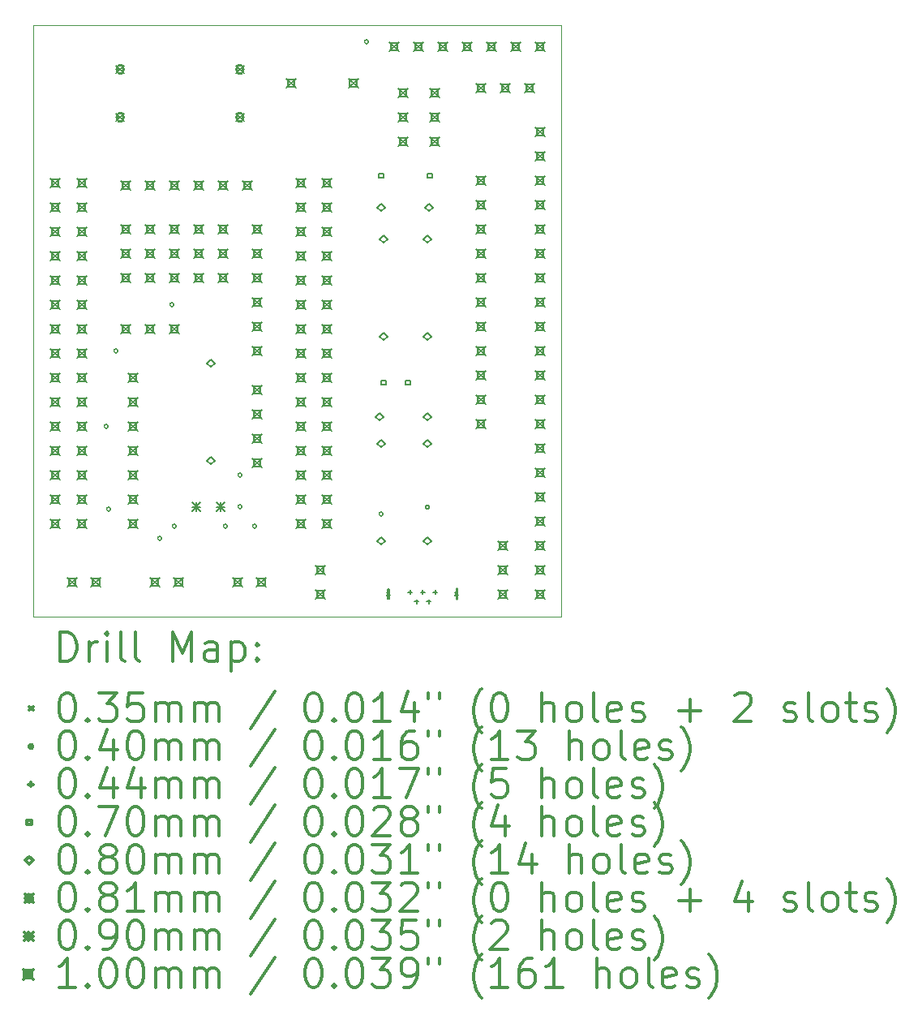
<source format=gbr>
%FSLAX45Y45*%
G04 Gerber Fmt 4.5, Leading zero omitted, Abs format (unit mm)*
G04 Created by KiCad (PCBNEW (5.1.2)-1) date 2024-09-29 13:43:39*
%MOMM*%
%LPD*%
G04 APERTURE LIST*
%ADD10C,0.050000*%
%ADD11C,0.200000*%
%ADD12C,0.300000*%
G04 APERTURE END LIST*
D10*
X9677400Y-10972800D02*
X9677400Y-10947400D01*
X15189200Y-10972800D02*
X9677400Y-10972800D01*
X9677400Y-4800600D02*
X9702800Y-4800600D01*
X9702800Y-4800600D02*
X15189200Y-4800600D01*
X9677400Y-10947400D02*
X9677400Y-4800600D01*
X15189200Y-4800600D02*
X15189200Y-10972800D01*
D11*
X13369400Y-10723300D02*
X13404400Y-10758300D01*
X13404400Y-10723300D02*
X13369400Y-10758300D01*
X13379400Y-10690800D02*
X13379400Y-10790800D01*
X13394400Y-10690800D02*
X13394400Y-10790800D01*
X13379400Y-10790800D02*
G75*
G03X13394400Y-10790800I7500J0D01*
G01*
X13394400Y-10690800D02*
G75*
G03X13379400Y-10690800I-7500J0D01*
G01*
X14084400Y-10723300D02*
X14119400Y-10758300D01*
X14119400Y-10723300D02*
X14084400Y-10758300D01*
X14094400Y-10690800D02*
X14094400Y-10790800D01*
X14109400Y-10690800D02*
X14109400Y-10790800D01*
X14094400Y-10790800D02*
G75*
G03X14109400Y-10790800I7500J0D01*
G01*
X14109400Y-10690800D02*
G75*
G03X14094400Y-10690800I-7500J0D01*
G01*
X10459400Y-8991600D02*
G75*
G03X10459400Y-8991600I-20000J0D01*
G01*
X10484800Y-9855200D02*
G75*
G03X10484800Y-9855200I-20000J0D01*
G01*
X10561000Y-8204200D02*
G75*
G03X10561000Y-8204200I-20000J0D01*
G01*
X11018200Y-10160000D02*
G75*
G03X11018200Y-10160000I-20000J0D01*
G01*
X11145200Y-7721600D02*
G75*
G03X11145200Y-7721600I-20000J0D01*
G01*
X11170600Y-10033000D02*
G75*
G03X11170600Y-10033000I-20000J0D01*
G01*
X11704000Y-10033000D02*
G75*
G03X11704000Y-10033000I-20000J0D01*
G01*
X11856400Y-9499600D02*
G75*
G03X11856400Y-9499600I-20000J0D01*
G01*
X11856400Y-9829800D02*
G75*
G03X11856400Y-9829800I-20000J0D01*
G01*
X12008800Y-10033000D02*
G75*
G03X12008800Y-10033000I-20000J0D01*
G01*
X13177200Y-4978400D02*
G75*
G03X13177200Y-4978400I-20000J0D01*
G01*
X13329600Y-9906000D02*
G75*
G03X13329600Y-9906000I-20000J0D01*
G01*
X13812200Y-9833500D02*
G75*
G03X13812200Y-9833500I-20000J0D01*
G01*
X13614400Y-10696800D02*
X13614400Y-10740800D01*
X13592400Y-10718800D02*
X13636400Y-10718800D01*
X13679400Y-10796800D02*
X13679400Y-10840800D01*
X13657400Y-10818800D02*
X13701400Y-10818800D01*
X13744400Y-10696800D02*
X13744400Y-10740800D01*
X13722400Y-10718800D02*
X13766400Y-10718800D01*
X13809400Y-10796800D02*
X13809400Y-10840800D01*
X13787400Y-10818800D02*
X13831400Y-10818800D01*
X13874400Y-10696800D02*
X13874400Y-10740800D01*
X13852400Y-10718800D02*
X13896400Y-10718800D01*
X13359749Y-8559149D02*
X13359749Y-8509651D01*
X13310251Y-8509651D01*
X13310251Y-8559149D01*
X13359749Y-8559149D01*
X13615749Y-8559149D02*
X13615749Y-8509651D01*
X13566251Y-8509651D01*
X13566251Y-8559149D01*
X13615749Y-8559149D01*
X13334349Y-6400149D02*
X13334349Y-6350651D01*
X13284851Y-6350651D01*
X13284851Y-6400149D01*
X13334349Y-6400149D01*
X13842349Y-6400149D02*
X13842349Y-6350651D01*
X13792851Y-6350651D01*
X13792851Y-6400149D01*
X13842349Y-6400149D01*
X11531600Y-8371200D02*
X11571600Y-8331200D01*
X11531600Y-8291200D01*
X11491600Y-8331200D01*
X11531600Y-8371200D01*
X11531600Y-9387200D02*
X11571600Y-9347200D01*
X11531600Y-9307200D01*
X11491600Y-9347200D01*
X11531600Y-9387200D01*
X13309600Y-6745600D02*
X13349600Y-6705600D01*
X13309600Y-6665600D01*
X13269600Y-6705600D01*
X13309600Y-6745600D01*
X13809600Y-6745600D02*
X13849600Y-6705600D01*
X13809600Y-6665600D01*
X13769600Y-6705600D01*
X13809600Y-6745600D01*
X13792200Y-9209400D02*
X13832200Y-9169400D01*
X13792200Y-9129400D01*
X13752200Y-9169400D01*
X13792200Y-9209400D01*
X13792200Y-10225400D02*
X13832200Y-10185400D01*
X13792200Y-10145400D01*
X13752200Y-10185400D01*
X13792200Y-10225400D01*
X13309600Y-9209400D02*
X13349600Y-9169400D01*
X13309600Y-9129400D01*
X13269600Y-9169400D01*
X13309600Y-9209400D01*
X13309600Y-10225400D02*
X13349600Y-10185400D01*
X13309600Y-10145400D01*
X13269600Y-10185400D01*
X13309600Y-10225400D01*
X13335000Y-7075800D02*
X13375000Y-7035800D01*
X13335000Y-6995800D01*
X13295000Y-7035800D01*
X13335000Y-7075800D01*
X13335000Y-8091800D02*
X13375000Y-8051800D01*
X13335000Y-8011800D01*
X13295000Y-8051800D01*
X13335000Y-8091800D01*
X13792200Y-7075800D02*
X13832200Y-7035800D01*
X13792200Y-6995800D01*
X13752200Y-7035800D01*
X13792200Y-7075800D01*
X13792200Y-8091800D02*
X13832200Y-8051800D01*
X13792200Y-8011800D01*
X13752200Y-8051800D01*
X13792200Y-8091800D01*
X13292200Y-8930000D02*
X13332200Y-8890000D01*
X13292200Y-8850000D01*
X13252200Y-8890000D01*
X13292200Y-8930000D01*
X13792200Y-8930000D02*
X13832200Y-8890000D01*
X13792200Y-8850000D01*
X13752200Y-8890000D01*
X13792200Y-8930000D01*
X10545760Y-5225160D02*
X10627040Y-5306440D01*
X10627040Y-5225160D02*
X10545760Y-5306440D01*
X10627040Y-5265800D02*
G75*
G03X10627040Y-5265800I-40640J0D01*
G01*
X10617040Y-5285800D02*
X10617040Y-5245800D01*
X10555760Y-5285800D02*
X10555760Y-5245800D01*
X10617040Y-5245800D02*
G75*
G03X10555760Y-5245800I-30640J0D01*
G01*
X10555760Y-5285800D02*
G75*
G03X10617040Y-5285800I30640J0D01*
G01*
X10545760Y-5725160D02*
X10627040Y-5806440D01*
X10627040Y-5725160D02*
X10545760Y-5806440D01*
X10627040Y-5765800D02*
G75*
G03X10627040Y-5765800I-40640J0D01*
G01*
X10617040Y-5785800D02*
X10617040Y-5745800D01*
X10555760Y-5785800D02*
X10555760Y-5745800D01*
X10617040Y-5745800D02*
G75*
G03X10555760Y-5745800I-30640J0D01*
G01*
X10555760Y-5785800D02*
G75*
G03X10617040Y-5785800I30640J0D01*
G01*
X11795760Y-5225160D02*
X11877040Y-5306440D01*
X11877040Y-5225160D02*
X11795760Y-5306440D01*
X11877040Y-5265800D02*
G75*
G03X11877040Y-5265800I-40640J0D01*
G01*
X11867040Y-5285800D02*
X11867040Y-5245800D01*
X11805760Y-5285800D02*
X11805760Y-5245800D01*
X11867040Y-5245800D02*
G75*
G03X11805760Y-5245800I-30640J0D01*
G01*
X11805760Y-5285800D02*
G75*
G03X11867040Y-5285800I30640J0D01*
G01*
X11795760Y-5725160D02*
X11877040Y-5806440D01*
X11877040Y-5725160D02*
X11795760Y-5806440D01*
X11877040Y-5765800D02*
G75*
G03X11877040Y-5765800I-40640J0D01*
G01*
X11867040Y-5785800D02*
X11867040Y-5745800D01*
X11805760Y-5785800D02*
X11805760Y-5745800D01*
X11867040Y-5745800D02*
G75*
G03X11805760Y-5745800I-30640J0D01*
G01*
X11805760Y-5785800D02*
G75*
G03X11867040Y-5785800I30640J0D01*
G01*
X11334200Y-9784800D02*
X11424200Y-9874800D01*
X11424200Y-9784800D02*
X11334200Y-9874800D01*
X11379200Y-9784800D02*
X11379200Y-9874800D01*
X11334200Y-9829800D02*
X11424200Y-9829800D01*
X11588200Y-9784800D02*
X11678200Y-9874800D01*
X11678200Y-9784800D02*
X11588200Y-9874800D01*
X11633200Y-9784800D02*
X11633200Y-9874800D01*
X11588200Y-9829800D02*
X11678200Y-9829800D01*
X10592600Y-6427000D02*
X10692600Y-6527000D01*
X10692600Y-6427000D02*
X10592600Y-6527000D01*
X10677956Y-6512356D02*
X10677956Y-6441644D01*
X10607244Y-6441644D01*
X10607244Y-6512356D01*
X10677956Y-6512356D01*
X10846600Y-6427000D02*
X10946600Y-6527000D01*
X10946600Y-6427000D02*
X10846600Y-6527000D01*
X10931956Y-6512356D02*
X10931956Y-6441644D01*
X10861244Y-6441644D01*
X10861244Y-6512356D01*
X10931956Y-6512356D01*
X11100600Y-6427000D02*
X11200600Y-6527000D01*
X11200600Y-6427000D02*
X11100600Y-6527000D01*
X11185956Y-6512356D02*
X11185956Y-6441644D01*
X11115244Y-6441644D01*
X11115244Y-6512356D01*
X11185956Y-6512356D01*
X11354600Y-6427000D02*
X11454600Y-6527000D01*
X11454600Y-6427000D02*
X11354600Y-6527000D01*
X11439956Y-6512356D02*
X11439956Y-6441644D01*
X11369244Y-6441644D01*
X11369244Y-6512356D01*
X11439956Y-6512356D01*
X11608600Y-6427000D02*
X11708600Y-6527000D01*
X11708600Y-6427000D02*
X11608600Y-6527000D01*
X11693956Y-6512356D02*
X11693956Y-6441644D01*
X11623244Y-6441644D01*
X11623244Y-6512356D01*
X11693956Y-6512356D01*
X11862600Y-6427000D02*
X11962600Y-6527000D01*
X11962600Y-6427000D02*
X11862600Y-6527000D01*
X11947956Y-6512356D02*
X11947956Y-6441644D01*
X11877244Y-6441644D01*
X11877244Y-6512356D01*
X11947956Y-6512356D01*
X12624600Y-10440200D02*
X12724600Y-10540200D01*
X12724600Y-10440200D02*
X12624600Y-10540200D01*
X12709956Y-10525556D02*
X12709956Y-10454844D01*
X12639244Y-10454844D01*
X12639244Y-10525556D01*
X12709956Y-10525556D01*
X12624600Y-10694200D02*
X12724600Y-10794200D01*
X12724600Y-10694200D02*
X12624600Y-10794200D01*
X12709956Y-10779556D02*
X12709956Y-10708844D01*
X12639244Y-10708844D01*
X12639244Y-10779556D01*
X12709956Y-10779556D01*
X9856000Y-6401600D02*
X9956000Y-6501600D01*
X9956000Y-6401600D02*
X9856000Y-6501600D01*
X9941356Y-6486956D02*
X9941356Y-6416244D01*
X9870644Y-6416244D01*
X9870644Y-6486956D01*
X9941356Y-6486956D01*
X9856000Y-6655600D02*
X9956000Y-6755600D01*
X9956000Y-6655600D02*
X9856000Y-6755600D01*
X9941356Y-6740956D02*
X9941356Y-6670244D01*
X9870644Y-6670244D01*
X9870644Y-6740956D01*
X9941356Y-6740956D01*
X9856000Y-6909600D02*
X9956000Y-7009600D01*
X9956000Y-6909600D02*
X9856000Y-7009600D01*
X9941356Y-6994956D02*
X9941356Y-6924244D01*
X9870644Y-6924244D01*
X9870644Y-6994956D01*
X9941356Y-6994956D01*
X9856000Y-7163600D02*
X9956000Y-7263600D01*
X9956000Y-7163600D02*
X9856000Y-7263600D01*
X9941356Y-7248956D02*
X9941356Y-7178244D01*
X9870644Y-7178244D01*
X9870644Y-7248956D01*
X9941356Y-7248956D01*
X9856000Y-7417600D02*
X9956000Y-7517600D01*
X9956000Y-7417600D02*
X9856000Y-7517600D01*
X9941356Y-7502956D02*
X9941356Y-7432244D01*
X9870644Y-7432244D01*
X9870644Y-7502956D01*
X9941356Y-7502956D01*
X9856000Y-7671600D02*
X9956000Y-7771600D01*
X9956000Y-7671600D02*
X9856000Y-7771600D01*
X9941356Y-7756956D02*
X9941356Y-7686244D01*
X9870644Y-7686244D01*
X9870644Y-7756956D01*
X9941356Y-7756956D01*
X9856000Y-7925600D02*
X9956000Y-8025600D01*
X9956000Y-7925600D02*
X9856000Y-8025600D01*
X9941356Y-8010956D02*
X9941356Y-7940244D01*
X9870644Y-7940244D01*
X9870644Y-8010956D01*
X9941356Y-8010956D01*
X9856000Y-8179600D02*
X9956000Y-8279600D01*
X9956000Y-8179600D02*
X9856000Y-8279600D01*
X9941356Y-8264956D02*
X9941356Y-8194244D01*
X9870644Y-8194244D01*
X9870644Y-8264956D01*
X9941356Y-8264956D01*
X9856000Y-8433600D02*
X9956000Y-8533600D01*
X9956000Y-8433600D02*
X9856000Y-8533600D01*
X9941356Y-8518956D02*
X9941356Y-8448244D01*
X9870644Y-8448244D01*
X9870644Y-8518956D01*
X9941356Y-8518956D01*
X9856000Y-8687600D02*
X9956000Y-8787600D01*
X9956000Y-8687600D02*
X9856000Y-8787600D01*
X9941356Y-8772956D02*
X9941356Y-8702244D01*
X9870644Y-8702244D01*
X9870644Y-8772956D01*
X9941356Y-8772956D01*
X9856000Y-8941600D02*
X9956000Y-9041600D01*
X9956000Y-8941600D02*
X9856000Y-9041600D01*
X9941356Y-9026956D02*
X9941356Y-8956244D01*
X9870644Y-8956244D01*
X9870644Y-9026956D01*
X9941356Y-9026956D01*
X9856000Y-9195600D02*
X9956000Y-9295600D01*
X9956000Y-9195600D02*
X9856000Y-9295600D01*
X9941356Y-9280956D02*
X9941356Y-9210244D01*
X9870644Y-9210244D01*
X9870644Y-9280956D01*
X9941356Y-9280956D01*
X9856000Y-9449600D02*
X9956000Y-9549600D01*
X9956000Y-9449600D02*
X9856000Y-9549600D01*
X9941356Y-9534956D02*
X9941356Y-9464244D01*
X9870644Y-9464244D01*
X9870644Y-9534956D01*
X9941356Y-9534956D01*
X9856000Y-9703600D02*
X9956000Y-9803600D01*
X9956000Y-9703600D02*
X9856000Y-9803600D01*
X9941356Y-9788956D02*
X9941356Y-9718244D01*
X9870644Y-9718244D01*
X9870644Y-9788956D01*
X9941356Y-9788956D01*
X9856000Y-9957600D02*
X9956000Y-10057600D01*
X9956000Y-9957600D02*
X9856000Y-10057600D01*
X9941356Y-10042956D02*
X9941356Y-9972244D01*
X9870644Y-9972244D01*
X9870644Y-10042956D01*
X9941356Y-10042956D01*
X11964200Y-6884200D02*
X12064200Y-6984200D01*
X12064200Y-6884200D02*
X11964200Y-6984200D01*
X12049556Y-6969556D02*
X12049556Y-6898844D01*
X11978844Y-6898844D01*
X11978844Y-6969556D01*
X12049556Y-6969556D01*
X11964200Y-7138200D02*
X12064200Y-7238200D01*
X12064200Y-7138200D02*
X11964200Y-7238200D01*
X12049556Y-7223556D02*
X12049556Y-7152844D01*
X11978844Y-7152844D01*
X11978844Y-7223556D01*
X12049556Y-7223556D01*
X11964200Y-7392200D02*
X12064200Y-7492200D01*
X12064200Y-7392200D02*
X11964200Y-7492200D01*
X12049556Y-7477556D02*
X12049556Y-7406844D01*
X11978844Y-7406844D01*
X11978844Y-7477556D01*
X12049556Y-7477556D01*
X11964200Y-7646200D02*
X12064200Y-7746200D01*
X12064200Y-7646200D02*
X11964200Y-7746200D01*
X12049556Y-7731556D02*
X12049556Y-7660844D01*
X11978844Y-7660844D01*
X11978844Y-7731556D01*
X12049556Y-7731556D01*
X11964200Y-7900200D02*
X12064200Y-8000200D01*
X12064200Y-7900200D02*
X11964200Y-8000200D01*
X12049556Y-7985556D02*
X12049556Y-7914844D01*
X11978844Y-7914844D01*
X11978844Y-7985556D01*
X12049556Y-7985556D01*
X11964200Y-8154200D02*
X12064200Y-8254200D01*
X12064200Y-8154200D02*
X11964200Y-8254200D01*
X12049556Y-8239556D02*
X12049556Y-8168844D01*
X11978844Y-8168844D01*
X11978844Y-8239556D01*
X12049556Y-8239556D01*
X12319800Y-5360200D02*
X12419800Y-5460200D01*
X12419800Y-5360200D02*
X12319800Y-5460200D01*
X12405156Y-5445556D02*
X12405156Y-5374844D01*
X12334444Y-5374844D01*
X12334444Y-5445556D01*
X12405156Y-5445556D01*
X12969800Y-5360200D02*
X13069800Y-5460200D01*
X13069800Y-5360200D02*
X12969800Y-5460200D01*
X13055156Y-5445556D02*
X13055156Y-5374844D01*
X12984444Y-5374844D01*
X12984444Y-5445556D01*
X13055156Y-5445556D01*
X14301000Y-5411000D02*
X14401000Y-5511000D01*
X14401000Y-5411000D02*
X14301000Y-5511000D01*
X14386356Y-5496356D02*
X14386356Y-5425644D01*
X14315644Y-5425644D01*
X14315644Y-5496356D01*
X14386356Y-5496356D01*
X14555000Y-5411000D02*
X14655000Y-5511000D01*
X14655000Y-5411000D02*
X14555000Y-5511000D01*
X14640356Y-5496356D02*
X14640356Y-5425644D01*
X14569644Y-5425644D01*
X14569644Y-5496356D01*
X14640356Y-5496356D01*
X14809000Y-5411000D02*
X14909000Y-5511000D01*
X14909000Y-5411000D02*
X14809000Y-5511000D01*
X14894356Y-5496356D02*
X14894356Y-5425644D01*
X14823644Y-5425644D01*
X14823644Y-5496356D01*
X14894356Y-5496356D01*
X10592600Y-6884200D02*
X10692600Y-6984200D01*
X10692600Y-6884200D02*
X10592600Y-6984200D01*
X10677956Y-6969556D02*
X10677956Y-6898844D01*
X10607244Y-6898844D01*
X10607244Y-6969556D01*
X10677956Y-6969556D01*
X10846600Y-6884200D02*
X10946600Y-6984200D01*
X10946600Y-6884200D02*
X10846600Y-6984200D01*
X10931956Y-6969556D02*
X10931956Y-6898844D01*
X10861244Y-6898844D01*
X10861244Y-6969556D01*
X10931956Y-6969556D01*
X11100600Y-6884200D02*
X11200600Y-6984200D01*
X11200600Y-6884200D02*
X11100600Y-6984200D01*
X11185956Y-6969556D02*
X11185956Y-6898844D01*
X11115244Y-6898844D01*
X11115244Y-6969556D01*
X11185956Y-6969556D01*
X11354600Y-6884200D02*
X11454600Y-6984200D01*
X11454600Y-6884200D02*
X11354600Y-6984200D01*
X11439956Y-6969556D02*
X11439956Y-6898844D01*
X11369244Y-6898844D01*
X11369244Y-6969556D01*
X11439956Y-6969556D01*
X11608600Y-6884200D02*
X11708600Y-6984200D01*
X11708600Y-6884200D02*
X11608600Y-6984200D01*
X11693956Y-6969556D02*
X11693956Y-6898844D01*
X11623244Y-6898844D01*
X11623244Y-6969556D01*
X11693956Y-6969556D01*
X14920200Y-5868200D02*
X15020200Y-5968200D01*
X15020200Y-5868200D02*
X14920200Y-5968200D01*
X15005556Y-5953556D02*
X15005556Y-5882844D01*
X14934844Y-5882844D01*
X14934844Y-5953556D01*
X15005556Y-5953556D01*
X14920200Y-6122200D02*
X15020200Y-6222200D01*
X15020200Y-6122200D02*
X14920200Y-6222200D01*
X15005556Y-6207556D02*
X15005556Y-6136844D01*
X14934844Y-6136844D01*
X14934844Y-6207556D01*
X15005556Y-6207556D01*
X14920200Y-6376200D02*
X15020200Y-6476200D01*
X15020200Y-6376200D02*
X14920200Y-6476200D01*
X15005556Y-6461556D02*
X15005556Y-6390844D01*
X14934844Y-6390844D01*
X14934844Y-6461556D01*
X15005556Y-6461556D01*
X14920200Y-6630200D02*
X15020200Y-6730200D01*
X15020200Y-6630200D02*
X14920200Y-6730200D01*
X15005556Y-6715556D02*
X15005556Y-6644844D01*
X14934844Y-6644844D01*
X14934844Y-6715556D01*
X15005556Y-6715556D01*
X14920200Y-6884200D02*
X15020200Y-6984200D01*
X15020200Y-6884200D02*
X14920200Y-6984200D01*
X15005556Y-6969556D02*
X15005556Y-6898844D01*
X14934844Y-6898844D01*
X14934844Y-6969556D01*
X15005556Y-6969556D01*
X14920200Y-7138200D02*
X15020200Y-7238200D01*
X15020200Y-7138200D02*
X14920200Y-7238200D01*
X15005556Y-7223556D02*
X15005556Y-7152844D01*
X14934844Y-7152844D01*
X14934844Y-7223556D01*
X15005556Y-7223556D01*
X14920200Y-7392200D02*
X15020200Y-7492200D01*
X15020200Y-7392200D02*
X14920200Y-7492200D01*
X15005556Y-7477556D02*
X15005556Y-7406844D01*
X14934844Y-7406844D01*
X14934844Y-7477556D01*
X15005556Y-7477556D01*
X14920200Y-7646200D02*
X15020200Y-7746200D01*
X15020200Y-7646200D02*
X14920200Y-7746200D01*
X15005556Y-7731556D02*
X15005556Y-7660844D01*
X14934844Y-7660844D01*
X14934844Y-7731556D01*
X15005556Y-7731556D01*
X14920200Y-7900200D02*
X15020200Y-8000200D01*
X15020200Y-7900200D02*
X14920200Y-8000200D01*
X15005556Y-7985556D02*
X15005556Y-7914844D01*
X14934844Y-7914844D01*
X14934844Y-7985556D01*
X15005556Y-7985556D01*
X14920200Y-8154200D02*
X15020200Y-8254200D01*
X15020200Y-8154200D02*
X14920200Y-8254200D01*
X15005556Y-8239556D02*
X15005556Y-8168844D01*
X14934844Y-8168844D01*
X14934844Y-8239556D01*
X15005556Y-8239556D01*
X14920200Y-8408200D02*
X15020200Y-8508200D01*
X15020200Y-8408200D02*
X14920200Y-8508200D01*
X15005556Y-8493556D02*
X15005556Y-8422844D01*
X14934844Y-8422844D01*
X14934844Y-8493556D01*
X15005556Y-8493556D01*
X14920200Y-8662200D02*
X15020200Y-8762200D01*
X15020200Y-8662200D02*
X14920200Y-8762200D01*
X15005556Y-8747556D02*
X15005556Y-8676844D01*
X14934844Y-8676844D01*
X14934844Y-8747556D01*
X15005556Y-8747556D01*
X14920200Y-8916200D02*
X15020200Y-9016200D01*
X15020200Y-8916200D02*
X14920200Y-9016200D01*
X15005556Y-9001556D02*
X15005556Y-8930844D01*
X14934844Y-8930844D01*
X14934844Y-9001556D01*
X15005556Y-9001556D01*
X14920200Y-9170200D02*
X15020200Y-9270200D01*
X15020200Y-9170200D02*
X14920200Y-9270200D01*
X15005556Y-9255556D02*
X15005556Y-9184844D01*
X14934844Y-9184844D01*
X14934844Y-9255556D01*
X15005556Y-9255556D01*
X14920200Y-9424200D02*
X15020200Y-9524200D01*
X15020200Y-9424200D02*
X14920200Y-9524200D01*
X15005556Y-9509556D02*
X15005556Y-9438844D01*
X14934844Y-9438844D01*
X14934844Y-9509556D01*
X15005556Y-9509556D01*
X14920200Y-9678200D02*
X15020200Y-9778200D01*
X15020200Y-9678200D02*
X14920200Y-9778200D01*
X15005556Y-9763556D02*
X15005556Y-9692844D01*
X14934844Y-9692844D01*
X14934844Y-9763556D01*
X15005556Y-9763556D01*
X14920200Y-9932200D02*
X15020200Y-10032200D01*
X15020200Y-9932200D02*
X14920200Y-10032200D01*
X15005556Y-10017556D02*
X15005556Y-9946844D01*
X14934844Y-9946844D01*
X14934844Y-10017556D01*
X15005556Y-10017556D01*
X14920200Y-10186200D02*
X15020200Y-10286200D01*
X15020200Y-10186200D02*
X14920200Y-10286200D01*
X15005556Y-10271556D02*
X15005556Y-10200844D01*
X14934844Y-10200844D01*
X14934844Y-10271556D01*
X15005556Y-10271556D01*
X14920200Y-10440200D02*
X15020200Y-10540200D01*
X15020200Y-10440200D02*
X14920200Y-10540200D01*
X15005556Y-10525556D02*
X15005556Y-10454844D01*
X14934844Y-10454844D01*
X14934844Y-10525556D01*
X15005556Y-10525556D01*
X14920200Y-10694200D02*
X15020200Y-10794200D01*
X15020200Y-10694200D02*
X14920200Y-10794200D01*
X15005556Y-10779556D02*
X15005556Y-10708844D01*
X14934844Y-10708844D01*
X14934844Y-10779556D01*
X15005556Y-10779556D01*
X10592600Y-7138200D02*
X10692600Y-7238200D01*
X10692600Y-7138200D02*
X10592600Y-7238200D01*
X10677956Y-7223556D02*
X10677956Y-7152844D01*
X10607244Y-7152844D01*
X10607244Y-7223556D01*
X10677956Y-7223556D01*
X10846600Y-7138200D02*
X10946600Y-7238200D01*
X10946600Y-7138200D02*
X10846600Y-7238200D01*
X10931956Y-7223556D02*
X10931956Y-7152844D01*
X10861244Y-7152844D01*
X10861244Y-7223556D01*
X10931956Y-7223556D01*
X11100600Y-7138200D02*
X11200600Y-7238200D01*
X11200600Y-7138200D02*
X11100600Y-7238200D01*
X11185956Y-7223556D02*
X11185956Y-7152844D01*
X11115244Y-7152844D01*
X11115244Y-7223556D01*
X11185956Y-7223556D01*
X11354600Y-7138200D02*
X11454600Y-7238200D01*
X11454600Y-7138200D02*
X11354600Y-7238200D01*
X11439956Y-7223556D02*
X11439956Y-7152844D01*
X11369244Y-7152844D01*
X11369244Y-7223556D01*
X11439956Y-7223556D01*
X11608600Y-7138200D02*
X11708600Y-7238200D01*
X11708600Y-7138200D02*
X11608600Y-7238200D01*
X11693956Y-7223556D02*
X11693956Y-7152844D01*
X11623244Y-7152844D01*
X11623244Y-7223556D01*
X11693956Y-7223556D01*
X14529600Y-10186200D02*
X14629600Y-10286200D01*
X14629600Y-10186200D02*
X14529600Y-10286200D01*
X14614956Y-10271556D02*
X14614956Y-10200844D01*
X14544244Y-10200844D01*
X14544244Y-10271556D01*
X14614956Y-10271556D01*
X14529600Y-10440200D02*
X14629600Y-10540200D01*
X14629600Y-10440200D02*
X14529600Y-10540200D01*
X14614956Y-10525556D02*
X14614956Y-10454844D01*
X14544244Y-10454844D01*
X14544244Y-10525556D01*
X14614956Y-10525556D01*
X14529600Y-10694200D02*
X14629600Y-10794200D01*
X14629600Y-10694200D02*
X14529600Y-10794200D01*
X14614956Y-10779556D02*
X14614956Y-10708844D01*
X14544244Y-10708844D01*
X14544244Y-10779556D01*
X14614956Y-10779556D01*
X12695000Y-6401600D02*
X12795000Y-6501600D01*
X12795000Y-6401600D02*
X12695000Y-6501600D01*
X12780356Y-6486956D02*
X12780356Y-6416244D01*
X12709644Y-6416244D01*
X12709644Y-6486956D01*
X12780356Y-6486956D01*
X12695000Y-6655600D02*
X12795000Y-6755600D01*
X12795000Y-6655600D02*
X12695000Y-6755600D01*
X12780356Y-6740956D02*
X12780356Y-6670244D01*
X12709644Y-6670244D01*
X12709644Y-6740956D01*
X12780356Y-6740956D01*
X12695000Y-6909600D02*
X12795000Y-7009600D01*
X12795000Y-6909600D02*
X12695000Y-7009600D01*
X12780356Y-6994956D02*
X12780356Y-6924244D01*
X12709644Y-6924244D01*
X12709644Y-6994956D01*
X12780356Y-6994956D01*
X12695000Y-7163600D02*
X12795000Y-7263600D01*
X12795000Y-7163600D02*
X12695000Y-7263600D01*
X12780356Y-7248956D02*
X12780356Y-7178244D01*
X12709644Y-7178244D01*
X12709644Y-7248956D01*
X12780356Y-7248956D01*
X12695000Y-7417600D02*
X12795000Y-7517600D01*
X12795000Y-7417600D02*
X12695000Y-7517600D01*
X12780356Y-7502956D02*
X12780356Y-7432244D01*
X12709644Y-7432244D01*
X12709644Y-7502956D01*
X12780356Y-7502956D01*
X12695000Y-7671600D02*
X12795000Y-7771600D01*
X12795000Y-7671600D02*
X12695000Y-7771600D01*
X12780356Y-7756956D02*
X12780356Y-7686244D01*
X12709644Y-7686244D01*
X12709644Y-7756956D01*
X12780356Y-7756956D01*
X12695000Y-7925600D02*
X12795000Y-8025600D01*
X12795000Y-7925600D02*
X12695000Y-8025600D01*
X12780356Y-8010956D02*
X12780356Y-7940244D01*
X12709644Y-7940244D01*
X12709644Y-8010956D01*
X12780356Y-8010956D01*
X12695000Y-8179600D02*
X12795000Y-8279600D01*
X12795000Y-8179600D02*
X12695000Y-8279600D01*
X12780356Y-8264956D02*
X12780356Y-8194244D01*
X12709644Y-8194244D01*
X12709644Y-8264956D01*
X12780356Y-8264956D01*
X12695000Y-8433600D02*
X12795000Y-8533600D01*
X12795000Y-8433600D02*
X12695000Y-8533600D01*
X12780356Y-8518956D02*
X12780356Y-8448244D01*
X12709644Y-8448244D01*
X12709644Y-8518956D01*
X12780356Y-8518956D01*
X12695000Y-8687600D02*
X12795000Y-8787600D01*
X12795000Y-8687600D02*
X12695000Y-8787600D01*
X12780356Y-8772956D02*
X12780356Y-8702244D01*
X12709644Y-8702244D01*
X12709644Y-8772956D01*
X12780356Y-8772956D01*
X12695000Y-8941600D02*
X12795000Y-9041600D01*
X12795000Y-8941600D02*
X12695000Y-9041600D01*
X12780356Y-9026956D02*
X12780356Y-8956244D01*
X12709644Y-8956244D01*
X12709644Y-9026956D01*
X12780356Y-9026956D01*
X12695000Y-9195600D02*
X12795000Y-9295600D01*
X12795000Y-9195600D02*
X12695000Y-9295600D01*
X12780356Y-9280956D02*
X12780356Y-9210244D01*
X12709644Y-9210244D01*
X12709644Y-9280956D01*
X12780356Y-9280956D01*
X12695000Y-9449600D02*
X12795000Y-9549600D01*
X12795000Y-9449600D02*
X12695000Y-9549600D01*
X12780356Y-9534956D02*
X12780356Y-9464244D01*
X12709644Y-9464244D01*
X12709644Y-9534956D01*
X12780356Y-9534956D01*
X12695000Y-9703600D02*
X12795000Y-9803600D01*
X12795000Y-9703600D02*
X12695000Y-9803600D01*
X12780356Y-9788956D02*
X12780356Y-9718244D01*
X12709644Y-9718244D01*
X12709644Y-9788956D01*
X12780356Y-9788956D01*
X12695000Y-9957600D02*
X12795000Y-10057600D01*
X12795000Y-9957600D02*
X12695000Y-10057600D01*
X12780356Y-10042956D02*
X12780356Y-9972244D01*
X12709644Y-9972244D01*
X12709644Y-10042956D01*
X12780356Y-10042956D01*
X11964200Y-8560600D02*
X12064200Y-8660600D01*
X12064200Y-8560600D02*
X11964200Y-8660600D01*
X12049556Y-8645956D02*
X12049556Y-8575244D01*
X11978844Y-8575244D01*
X11978844Y-8645956D01*
X12049556Y-8645956D01*
X11964200Y-8814600D02*
X12064200Y-8914600D01*
X12064200Y-8814600D02*
X11964200Y-8914600D01*
X12049556Y-8899956D02*
X12049556Y-8829244D01*
X11978844Y-8829244D01*
X11978844Y-8899956D01*
X12049556Y-8899956D01*
X11964200Y-9068600D02*
X12064200Y-9168600D01*
X12064200Y-9068600D02*
X11964200Y-9168600D01*
X12049556Y-9153956D02*
X12049556Y-9083244D01*
X11978844Y-9083244D01*
X11978844Y-9153956D01*
X12049556Y-9153956D01*
X11964200Y-9322600D02*
X12064200Y-9422600D01*
X12064200Y-9322600D02*
X11964200Y-9422600D01*
X12049556Y-9407956D02*
X12049556Y-9337244D01*
X11978844Y-9337244D01*
X11978844Y-9407956D01*
X12049556Y-9407956D01*
X10668800Y-8433600D02*
X10768800Y-8533600D01*
X10768800Y-8433600D02*
X10668800Y-8533600D01*
X10754156Y-8518956D02*
X10754156Y-8448244D01*
X10683444Y-8448244D01*
X10683444Y-8518956D01*
X10754156Y-8518956D01*
X10668800Y-8687600D02*
X10768800Y-8787600D01*
X10768800Y-8687600D02*
X10668800Y-8787600D01*
X10754156Y-8772956D02*
X10754156Y-8702244D01*
X10683444Y-8702244D01*
X10683444Y-8772956D01*
X10754156Y-8772956D01*
X10668800Y-8941600D02*
X10768800Y-9041600D01*
X10768800Y-8941600D02*
X10668800Y-9041600D01*
X10754156Y-9026956D02*
X10754156Y-8956244D01*
X10683444Y-8956244D01*
X10683444Y-9026956D01*
X10754156Y-9026956D01*
X10668800Y-9195600D02*
X10768800Y-9295600D01*
X10768800Y-9195600D02*
X10668800Y-9295600D01*
X10754156Y-9280956D02*
X10754156Y-9210244D01*
X10683444Y-9210244D01*
X10683444Y-9280956D01*
X10754156Y-9280956D01*
X10668800Y-9449600D02*
X10768800Y-9549600D01*
X10768800Y-9449600D02*
X10668800Y-9549600D01*
X10754156Y-9534956D02*
X10754156Y-9464244D01*
X10683444Y-9464244D01*
X10683444Y-9534956D01*
X10754156Y-9534956D01*
X10668800Y-9703600D02*
X10768800Y-9803600D01*
X10768800Y-9703600D02*
X10668800Y-9803600D01*
X10754156Y-9788956D02*
X10754156Y-9718244D01*
X10683444Y-9718244D01*
X10683444Y-9788956D01*
X10754156Y-9788956D01*
X10668800Y-9957600D02*
X10768800Y-10057600D01*
X10768800Y-9957600D02*
X10668800Y-10057600D01*
X10754156Y-10042956D02*
X10754156Y-9972244D01*
X10683444Y-9972244D01*
X10683444Y-10042956D01*
X10754156Y-10042956D01*
X12420400Y-6401600D02*
X12520400Y-6501600D01*
X12520400Y-6401600D02*
X12420400Y-6501600D01*
X12505756Y-6486956D02*
X12505756Y-6416244D01*
X12435044Y-6416244D01*
X12435044Y-6486956D01*
X12505756Y-6486956D01*
X12420400Y-6655600D02*
X12520400Y-6755600D01*
X12520400Y-6655600D02*
X12420400Y-6755600D01*
X12505756Y-6740956D02*
X12505756Y-6670244D01*
X12435044Y-6670244D01*
X12435044Y-6740956D01*
X12505756Y-6740956D01*
X12420400Y-6909600D02*
X12520400Y-7009600D01*
X12520400Y-6909600D02*
X12420400Y-7009600D01*
X12505756Y-6994956D02*
X12505756Y-6924244D01*
X12435044Y-6924244D01*
X12435044Y-6994956D01*
X12505756Y-6994956D01*
X12420400Y-7163600D02*
X12520400Y-7263600D01*
X12520400Y-7163600D02*
X12420400Y-7263600D01*
X12505756Y-7248956D02*
X12505756Y-7178244D01*
X12435044Y-7178244D01*
X12435044Y-7248956D01*
X12505756Y-7248956D01*
X12420400Y-7417600D02*
X12520400Y-7517600D01*
X12520400Y-7417600D02*
X12420400Y-7517600D01*
X12505756Y-7502956D02*
X12505756Y-7432244D01*
X12435044Y-7432244D01*
X12435044Y-7502956D01*
X12505756Y-7502956D01*
X12420400Y-7671600D02*
X12520400Y-7771600D01*
X12520400Y-7671600D02*
X12420400Y-7771600D01*
X12505756Y-7756956D02*
X12505756Y-7686244D01*
X12435044Y-7686244D01*
X12435044Y-7756956D01*
X12505756Y-7756956D01*
X12420400Y-7925600D02*
X12520400Y-8025600D01*
X12520400Y-7925600D02*
X12420400Y-8025600D01*
X12505756Y-8010956D02*
X12505756Y-7940244D01*
X12435044Y-7940244D01*
X12435044Y-8010956D01*
X12505756Y-8010956D01*
X12420400Y-8179600D02*
X12520400Y-8279600D01*
X12520400Y-8179600D02*
X12420400Y-8279600D01*
X12505756Y-8264956D02*
X12505756Y-8194244D01*
X12435044Y-8194244D01*
X12435044Y-8264956D01*
X12505756Y-8264956D01*
X12420400Y-8433600D02*
X12520400Y-8533600D01*
X12520400Y-8433600D02*
X12420400Y-8533600D01*
X12505756Y-8518956D02*
X12505756Y-8448244D01*
X12435044Y-8448244D01*
X12435044Y-8518956D01*
X12505756Y-8518956D01*
X12420400Y-8687600D02*
X12520400Y-8787600D01*
X12520400Y-8687600D02*
X12420400Y-8787600D01*
X12505756Y-8772956D02*
X12505756Y-8702244D01*
X12435044Y-8702244D01*
X12435044Y-8772956D01*
X12505756Y-8772956D01*
X12420400Y-8941600D02*
X12520400Y-9041600D01*
X12520400Y-8941600D02*
X12420400Y-9041600D01*
X12505756Y-9026956D02*
X12505756Y-8956244D01*
X12435044Y-8956244D01*
X12435044Y-9026956D01*
X12505756Y-9026956D01*
X12420400Y-9195600D02*
X12520400Y-9295600D01*
X12520400Y-9195600D02*
X12420400Y-9295600D01*
X12505756Y-9280956D02*
X12505756Y-9210244D01*
X12435044Y-9210244D01*
X12435044Y-9280956D01*
X12505756Y-9280956D01*
X12420400Y-9449600D02*
X12520400Y-9549600D01*
X12520400Y-9449600D02*
X12420400Y-9549600D01*
X12505756Y-9534956D02*
X12505756Y-9464244D01*
X12435044Y-9464244D01*
X12435044Y-9534956D01*
X12505756Y-9534956D01*
X12420400Y-9703600D02*
X12520400Y-9803600D01*
X12520400Y-9703600D02*
X12420400Y-9803600D01*
X12505756Y-9788956D02*
X12505756Y-9718244D01*
X12435044Y-9718244D01*
X12435044Y-9788956D01*
X12505756Y-9788956D01*
X12420400Y-9957600D02*
X12520400Y-10057600D01*
X12520400Y-9957600D02*
X12420400Y-10057600D01*
X12505756Y-10042956D02*
X12505756Y-9972244D01*
X12435044Y-9972244D01*
X12435044Y-10042956D01*
X12505756Y-10042956D01*
X13396200Y-4979200D02*
X13496200Y-5079200D01*
X13496200Y-4979200D02*
X13396200Y-5079200D01*
X13481556Y-5064556D02*
X13481556Y-4993844D01*
X13410844Y-4993844D01*
X13410844Y-5064556D01*
X13481556Y-5064556D01*
X13650200Y-4979200D02*
X13750200Y-5079200D01*
X13750200Y-4979200D02*
X13650200Y-5079200D01*
X13735556Y-5064556D02*
X13735556Y-4993844D01*
X13664844Y-4993844D01*
X13664844Y-5064556D01*
X13735556Y-5064556D01*
X13904200Y-4979200D02*
X14004200Y-5079200D01*
X14004200Y-4979200D02*
X13904200Y-5079200D01*
X13989556Y-5064556D02*
X13989556Y-4993844D01*
X13918844Y-4993844D01*
X13918844Y-5064556D01*
X13989556Y-5064556D01*
X14158200Y-4979200D02*
X14258200Y-5079200D01*
X14258200Y-4979200D02*
X14158200Y-5079200D01*
X14243556Y-5064556D02*
X14243556Y-4993844D01*
X14172844Y-4993844D01*
X14172844Y-5064556D01*
X14243556Y-5064556D01*
X14412200Y-4979200D02*
X14512200Y-5079200D01*
X14512200Y-4979200D02*
X14412200Y-5079200D01*
X14497556Y-5064556D02*
X14497556Y-4993844D01*
X14426844Y-4993844D01*
X14426844Y-5064556D01*
X14497556Y-5064556D01*
X14666200Y-4979200D02*
X14766200Y-5079200D01*
X14766200Y-4979200D02*
X14666200Y-5079200D01*
X14751556Y-5064556D02*
X14751556Y-4993844D01*
X14680844Y-4993844D01*
X14680844Y-5064556D01*
X14751556Y-5064556D01*
X14920200Y-4979200D02*
X15020200Y-5079200D01*
X15020200Y-4979200D02*
X14920200Y-5079200D01*
X15005556Y-5064556D02*
X15005556Y-4993844D01*
X14934844Y-4993844D01*
X14934844Y-5064556D01*
X15005556Y-5064556D01*
X11761000Y-10567200D02*
X11861000Y-10667200D01*
X11861000Y-10567200D02*
X11761000Y-10667200D01*
X11846356Y-10652556D02*
X11846356Y-10581844D01*
X11775644Y-10581844D01*
X11775644Y-10652556D01*
X11846356Y-10652556D01*
X12011000Y-10567200D02*
X12111000Y-10667200D01*
X12111000Y-10567200D02*
X12011000Y-10667200D01*
X12096356Y-10652556D02*
X12096356Y-10581844D01*
X12025644Y-10581844D01*
X12025644Y-10652556D01*
X12096356Y-10652556D01*
X13488200Y-5461800D02*
X13588200Y-5561800D01*
X13588200Y-5461800D02*
X13488200Y-5561800D01*
X13573556Y-5547156D02*
X13573556Y-5476444D01*
X13502844Y-5476444D01*
X13502844Y-5547156D01*
X13573556Y-5547156D01*
X13488200Y-5715800D02*
X13588200Y-5815800D01*
X13588200Y-5715800D02*
X13488200Y-5815800D01*
X13573556Y-5801156D02*
X13573556Y-5730444D01*
X13502844Y-5730444D01*
X13502844Y-5801156D01*
X13573556Y-5801156D01*
X13488200Y-5969800D02*
X13588200Y-6069800D01*
X13588200Y-5969800D02*
X13488200Y-6069800D01*
X13573556Y-6055156D02*
X13573556Y-5984444D01*
X13502844Y-5984444D01*
X13502844Y-6055156D01*
X13573556Y-6055156D01*
X13818400Y-5461800D02*
X13918400Y-5561800D01*
X13918400Y-5461800D02*
X13818400Y-5561800D01*
X13903756Y-5547156D02*
X13903756Y-5476444D01*
X13833044Y-5476444D01*
X13833044Y-5547156D01*
X13903756Y-5547156D01*
X13818400Y-5715800D02*
X13918400Y-5815800D01*
X13918400Y-5715800D02*
X13818400Y-5815800D01*
X13903756Y-5801156D02*
X13903756Y-5730444D01*
X13833044Y-5730444D01*
X13833044Y-5801156D01*
X13903756Y-5801156D01*
X13818400Y-5969800D02*
X13918400Y-6069800D01*
X13918400Y-5969800D02*
X13818400Y-6069800D01*
X13903756Y-6055156D02*
X13903756Y-5984444D01*
X13833044Y-5984444D01*
X13833044Y-6055156D01*
X13903756Y-6055156D01*
X10592600Y-7925600D02*
X10692600Y-8025600D01*
X10692600Y-7925600D02*
X10592600Y-8025600D01*
X10677956Y-8010956D02*
X10677956Y-7940244D01*
X10607244Y-7940244D01*
X10607244Y-8010956D01*
X10677956Y-8010956D01*
X10846600Y-7925600D02*
X10946600Y-8025600D01*
X10946600Y-7925600D02*
X10846600Y-8025600D01*
X10931956Y-8010956D02*
X10931956Y-7940244D01*
X10861244Y-7940244D01*
X10861244Y-8010956D01*
X10931956Y-8010956D01*
X11100600Y-7925600D02*
X11200600Y-8025600D01*
X11200600Y-7925600D02*
X11100600Y-8025600D01*
X11185956Y-8010956D02*
X11185956Y-7940244D01*
X11115244Y-7940244D01*
X11115244Y-8010956D01*
X11185956Y-8010956D01*
X10134400Y-6401600D02*
X10234400Y-6501600D01*
X10234400Y-6401600D02*
X10134400Y-6501600D01*
X10219756Y-6486956D02*
X10219756Y-6416244D01*
X10149044Y-6416244D01*
X10149044Y-6486956D01*
X10219756Y-6486956D01*
X10134400Y-6655600D02*
X10234400Y-6755600D01*
X10234400Y-6655600D02*
X10134400Y-6755600D01*
X10219756Y-6740956D02*
X10219756Y-6670244D01*
X10149044Y-6670244D01*
X10149044Y-6740956D01*
X10219756Y-6740956D01*
X10134400Y-6909600D02*
X10234400Y-7009600D01*
X10234400Y-6909600D02*
X10134400Y-7009600D01*
X10219756Y-6994956D02*
X10219756Y-6924244D01*
X10149044Y-6924244D01*
X10149044Y-6994956D01*
X10219756Y-6994956D01*
X10134400Y-7163600D02*
X10234400Y-7263600D01*
X10234400Y-7163600D02*
X10134400Y-7263600D01*
X10219756Y-7248956D02*
X10219756Y-7178244D01*
X10149044Y-7178244D01*
X10149044Y-7248956D01*
X10219756Y-7248956D01*
X10134400Y-7417600D02*
X10234400Y-7517600D01*
X10234400Y-7417600D02*
X10134400Y-7517600D01*
X10219756Y-7502956D02*
X10219756Y-7432244D01*
X10149044Y-7432244D01*
X10149044Y-7502956D01*
X10219756Y-7502956D01*
X10134400Y-7671600D02*
X10234400Y-7771600D01*
X10234400Y-7671600D02*
X10134400Y-7771600D01*
X10219756Y-7756956D02*
X10219756Y-7686244D01*
X10149044Y-7686244D01*
X10149044Y-7756956D01*
X10219756Y-7756956D01*
X10134400Y-7925600D02*
X10234400Y-8025600D01*
X10234400Y-7925600D02*
X10134400Y-8025600D01*
X10219756Y-8010956D02*
X10219756Y-7940244D01*
X10149044Y-7940244D01*
X10149044Y-8010956D01*
X10219756Y-8010956D01*
X10134400Y-8179600D02*
X10234400Y-8279600D01*
X10234400Y-8179600D02*
X10134400Y-8279600D01*
X10219756Y-8264956D02*
X10219756Y-8194244D01*
X10149044Y-8194244D01*
X10149044Y-8264956D01*
X10219756Y-8264956D01*
X10134400Y-8433600D02*
X10234400Y-8533600D01*
X10234400Y-8433600D02*
X10134400Y-8533600D01*
X10219756Y-8518956D02*
X10219756Y-8448244D01*
X10149044Y-8448244D01*
X10149044Y-8518956D01*
X10219756Y-8518956D01*
X10134400Y-8687600D02*
X10234400Y-8787600D01*
X10234400Y-8687600D02*
X10134400Y-8787600D01*
X10219756Y-8772956D02*
X10219756Y-8702244D01*
X10149044Y-8702244D01*
X10149044Y-8772956D01*
X10219756Y-8772956D01*
X10134400Y-8941600D02*
X10234400Y-9041600D01*
X10234400Y-8941600D02*
X10134400Y-9041600D01*
X10219756Y-9026956D02*
X10219756Y-8956244D01*
X10149044Y-8956244D01*
X10149044Y-9026956D01*
X10219756Y-9026956D01*
X10134400Y-9195600D02*
X10234400Y-9295600D01*
X10234400Y-9195600D02*
X10134400Y-9295600D01*
X10219756Y-9280956D02*
X10219756Y-9210244D01*
X10149044Y-9210244D01*
X10149044Y-9280956D01*
X10219756Y-9280956D01*
X10134400Y-9449600D02*
X10234400Y-9549600D01*
X10234400Y-9449600D02*
X10134400Y-9549600D01*
X10219756Y-9534956D02*
X10219756Y-9464244D01*
X10149044Y-9464244D01*
X10149044Y-9534956D01*
X10219756Y-9534956D01*
X10134400Y-9703600D02*
X10234400Y-9803600D01*
X10234400Y-9703600D02*
X10134400Y-9803600D01*
X10219756Y-9788956D02*
X10219756Y-9718244D01*
X10149044Y-9718244D01*
X10149044Y-9788956D01*
X10219756Y-9788956D01*
X10134400Y-9957600D02*
X10234400Y-10057600D01*
X10234400Y-9957600D02*
X10134400Y-10057600D01*
X10219756Y-10042956D02*
X10219756Y-9972244D01*
X10149044Y-9972244D01*
X10149044Y-10042956D01*
X10219756Y-10042956D01*
X10592600Y-7392200D02*
X10692600Y-7492200D01*
X10692600Y-7392200D02*
X10592600Y-7492200D01*
X10677956Y-7477556D02*
X10677956Y-7406844D01*
X10607244Y-7406844D01*
X10607244Y-7477556D01*
X10677956Y-7477556D01*
X10846600Y-7392200D02*
X10946600Y-7492200D01*
X10946600Y-7392200D02*
X10846600Y-7492200D01*
X10931956Y-7477556D02*
X10931956Y-7406844D01*
X10861244Y-7406844D01*
X10861244Y-7477556D01*
X10931956Y-7477556D01*
X11100600Y-7392200D02*
X11200600Y-7492200D01*
X11200600Y-7392200D02*
X11100600Y-7492200D01*
X11185956Y-7477556D02*
X11185956Y-7406844D01*
X11115244Y-7406844D01*
X11115244Y-7477556D01*
X11185956Y-7477556D01*
X11354600Y-7392200D02*
X11454600Y-7492200D01*
X11454600Y-7392200D02*
X11354600Y-7492200D01*
X11439956Y-7477556D02*
X11439956Y-7406844D01*
X11369244Y-7406844D01*
X11369244Y-7477556D01*
X11439956Y-7477556D01*
X11608600Y-7392200D02*
X11708600Y-7492200D01*
X11708600Y-7392200D02*
X11608600Y-7492200D01*
X11693956Y-7477556D02*
X11693956Y-7406844D01*
X11623244Y-7406844D01*
X11623244Y-7477556D01*
X11693956Y-7477556D01*
X10033800Y-10567200D02*
X10133800Y-10667200D01*
X10133800Y-10567200D02*
X10033800Y-10667200D01*
X10119156Y-10652556D02*
X10119156Y-10581844D01*
X10048444Y-10581844D01*
X10048444Y-10652556D01*
X10119156Y-10652556D01*
X10283800Y-10567200D02*
X10383800Y-10667200D01*
X10383800Y-10567200D02*
X10283800Y-10667200D01*
X10369156Y-10652556D02*
X10369156Y-10581844D01*
X10298444Y-10581844D01*
X10298444Y-10652556D01*
X10369156Y-10652556D01*
X14301000Y-6376200D02*
X14401000Y-6476200D01*
X14401000Y-6376200D02*
X14301000Y-6476200D01*
X14386356Y-6461556D02*
X14386356Y-6390844D01*
X14315644Y-6390844D01*
X14315644Y-6461556D01*
X14386356Y-6461556D01*
X14301000Y-6630200D02*
X14401000Y-6730200D01*
X14401000Y-6630200D02*
X14301000Y-6730200D01*
X14386356Y-6715556D02*
X14386356Y-6644844D01*
X14315644Y-6644844D01*
X14315644Y-6715556D01*
X14386356Y-6715556D01*
X14301000Y-6884200D02*
X14401000Y-6984200D01*
X14401000Y-6884200D02*
X14301000Y-6984200D01*
X14386356Y-6969556D02*
X14386356Y-6898844D01*
X14315644Y-6898844D01*
X14315644Y-6969556D01*
X14386356Y-6969556D01*
X14301000Y-7138200D02*
X14401000Y-7238200D01*
X14401000Y-7138200D02*
X14301000Y-7238200D01*
X14386356Y-7223556D02*
X14386356Y-7152844D01*
X14315644Y-7152844D01*
X14315644Y-7223556D01*
X14386356Y-7223556D01*
X14301000Y-7392200D02*
X14401000Y-7492200D01*
X14401000Y-7392200D02*
X14301000Y-7492200D01*
X14386356Y-7477556D02*
X14386356Y-7406844D01*
X14315644Y-7406844D01*
X14315644Y-7477556D01*
X14386356Y-7477556D01*
X14301000Y-7646200D02*
X14401000Y-7746200D01*
X14401000Y-7646200D02*
X14301000Y-7746200D01*
X14386356Y-7731556D02*
X14386356Y-7660844D01*
X14315644Y-7660844D01*
X14315644Y-7731556D01*
X14386356Y-7731556D01*
X14301000Y-7900200D02*
X14401000Y-8000200D01*
X14401000Y-7900200D02*
X14301000Y-8000200D01*
X14386356Y-7985556D02*
X14386356Y-7914844D01*
X14315644Y-7914844D01*
X14315644Y-7985556D01*
X14386356Y-7985556D01*
X14301000Y-8154200D02*
X14401000Y-8254200D01*
X14401000Y-8154200D02*
X14301000Y-8254200D01*
X14386356Y-8239556D02*
X14386356Y-8168844D01*
X14315644Y-8168844D01*
X14315644Y-8239556D01*
X14386356Y-8239556D01*
X14301000Y-8408200D02*
X14401000Y-8508200D01*
X14401000Y-8408200D02*
X14301000Y-8508200D01*
X14386356Y-8493556D02*
X14386356Y-8422844D01*
X14315644Y-8422844D01*
X14315644Y-8493556D01*
X14386356Y-8493556D01*
X14301000Y-8662200D02*
X14401000Y-8762200D01*
X14401000Y-8662200D02*
X14301000Y-8762200D01*
X14386356Y-8747556D02*
X14386356Y-8676844D01*
X14315644Y-8676844D01*
X14315644Y-8747556D01*
X14386356Y-8747556D01*
X14301000Y-8916200D02*
X14401000Y-9016200D01*
X14401000Y-8916200D02*
X14301000Y-9016200D01*
X14386356Y-9001556D02*
X14386356Y-8930844D01*
X14315644Y-8930844D01*
X14315644Y-9001556D01*
X14386356Y-9001556D01*
X10897400Y-10567200D02*
X10997400Y-10667200D01*
X10997400Y-10567200D02*
X10897400Y-10667200D01*
X10982756Y-10652556D02*
X10982756Y-10581844D01*
X10912044Y-10581844D01*
X10912044Y-10652556D01*
X10982756Y-10652556D01*
X11147400Y-10567200D02*
X11247400Y-10667200D01*
X11247400Y-10567200D02*
X11147400Y-10667200D01*
X11232756Y-10652556D02*
X11232756Y-10581844D01*
X11162044Y-10581844D01*
X11162044Y-10652556D01*
X11232756Y-10652556D01*
D12*
X9961328Y-11441014D02*
X9961328Y-11141014D01*
X10032757Y-11141014D01*
X10075614Y-11155300D01*
X10104186Y-11183872D01*
X10118471Y-11212443D01*
X10132757Y-11269586D01*
X10132757Y-11312443D01*
X10118471Y-11369586D01*
X10104186Y-11398157D01*
X10075614Y-11426729D01*
X10032757Y-11441014D01*
X9961328Y-11441014D01*
X10261328Y-11441014D02*
X10261328Y-11241014D01*
X10261328Y-11298157D02*
X10275614Y-11269586D01*
X10289900Y-11255300D01*
X10318471Y-11241014D01*
X10347043Y-11241014D01*
X10447043Y-11441014D02*
X10447043Y-11241014D01*
X10447043Y-11141014D02*
X10432757Y-11155300D01*
X10447043Y-11169586D01*
X10461328Y-11155300D01*
X10447043Y-11141014D01*
X10447043Y-11169586D01*
X10632757Y-11441014D02*
X10604186Y-11426729D01*
X10589900Y-11398157D01*
X10589900Y-11141014D01*
X10789900Y-11441014D02*
X10761328Y-11426729D01*
X10747043Y-11398157D01*
X10747043Y-11141014D01*
X11132757Y-11441014D02*
X11132757Y-11141014D01*
X11232757Y-11355300D01*
X11332757Y-11141014D01*
X11332757Y-11441014D01*
X11604186Y-11441014D02*
X11604186Y-11283871D01*
X11589900Y-11255300D01*
X11561328Y-11241014D01*
X11504186Y-11241014D01*
X11475614Y-11255300D01*
X11604186Y-11426729D02*
X11575614Y-11441014D01*
X11504186Y-11441014D01*
X11475614Y-11426729D01*
X11461328Y-11398157D01*
X11461328Y-11369586D01*
X11475614Y-11341014D01*
X11504186Y-11326729D01*
X11575614Y-11326729D01*
X11604186Y-11312443D01*
X11747043Y-11241014D02*
X11747043Y-11541014D01*
X11747043Y-11255300D02*
X11775614Y-11241014D01*
X11832757Y-11241014D01*
X11861328Y-11255300D01*
X11875614Y-11269586D01*
X11889900Y-11298157D01*
X11889900Y-11383871D01*
X11875614Y-11412443D01*
X11861328Y-11426729D01*
X11832757Y-11441014D01*
X11775614Y-11441014D01*
X11747043Y-11426729D01*
X12018471Y-11412443D02*
X12032757Y-11426729D01*
X12018471Y-11441014D01*
X12004186Y-11426729D01*
X12018471Y-11412443D01*
X12018471Y-11441014D01*
X12018471Y-11255300D02*
X12032757Y-11269586D01*
X12018471Y-11283871D01*
X12004186Y-11269586D01*
X12018471Y-11255300D01*
X12018471Y-11283871D01*
X9639900Y-11917800D02*
X9674900Y-11952800D01*
X9674900Y-11917800D02*
X9639900Y-11952800D01*
X10018471Y-11771014D02*
X10047043Y-11771014D01*
X10075614Y-11785300D01*
X10089900Y-11799586D01*
X10104186Y-11828157D01*
X10118471Y-11885300D01*
X10118471Y-11956729D01*
X10104186Y-12013871D01*
X10089900Y-12042443D01*
X10075614Y-12056729D01*
X10047043Y-12071014D01*
X10018471Y-12071014D01*
X9989900Y-12056729D01*
X9975614Y-12042443D01*
X9961328Y-12013871D01*
X9947043Y-11956729D01*
X9947043Y-11885300D01*
X9961328Y-11828157D01*
X9975614Y-11799586D01*
X9989900Y-11785300D01*
X10018471Y-11771014D01*
X10247043Y-12042443D02*
X10261328Y-12056729D01*
X10247043Y-12071014D01*
X10232757Y-12056729D01*
X10247043Y-12042443D01*
X10247043Y-12071014D01*
X10361328Y-11771014D02*
X10547043Y-11771014D01*
X10447043Y-11885300D01*
X10489900Y-11885300D01*
X10518471Y-11899586D01*
X10532757Y-11913871D01*
X10547043Y-11942443D01*
X10547043Y-12013871D01*
X10532757Y-12042443D01*
X10518471Y-12056729D01*
X10489900Y-12071014D01*
X10404186Y-12071014D01*
X10375614Y-12056729D01*
X10361328Y-12042443D01*
X10818471Y-11771014D02*
X10675614Y-11771014D01*
X10661328Y-11913871D01*
X10675614Y-11899586D01*
X10704186Y-11885300D01*
X10775614Y-11885300D01*
X10804186Y-11899586D01*
X10818471Y-11913871D01*
X10832757Y-11942443D01*
X10832757Y-12013871D01*
X10818471Y-12042443D01*
X10804186Y-12056729D01*
X10775614Y-12071014D01*
X10704186Y-12071014D01*
X10675614Y-12056729D01*
X10661328Y-12042443D01*
X10961328Y-12071014D02*
X10961328Y-11871014D01*
X10961328Y-11899586D02*
X10975614Y-11885300D01*
X11004186Y-11871014D01*
X11047043Y-11871014D01*
X11075614Y-11885300D01*
X11089900Y-11913871D01*
X11089900Y-12071014D01*
X11089900Y-11913871D02*
X11104186Y-11885300D01*
X11132757Y-11871014D01*
X11175614Y-11871014D01*
X11204186Y-11885300D01*
X11218471Y-11913871D01*
X11218471Y-12071014D01*
X11361328Y-12071014D02*
X11361328Y-11871014D01*
X11361328Y-11899586D02*
X11375614Y-11885300D01*
X11404186Y-11871014D01*
X11447043Y-11871014D01*
X11475614Y-11885300D01*
X11489900Y-11913871D01*
X11489900Y-12071014D01*
X11489900Y-11913871D02*
X11504186Y-11885300D01*
X11532757Y-11871014D01*
X11575614Y-11871014D01*
X11604186Y-11885300D01*
X11618471Y-11913871D01*
X11618471Y-12071014D01*
X12204186Y-11756729D02*
X11947043Y-12142443D01*
X12589900Y-11771014D02*
X12618471Y-11771014D01*
X12647043Y-11785300D01*
X12661328Y-11799586D01*
X12675614Y-11828157D01*
X12689900Y-11885300D01*
X12689900Y-11956729D01*
X12675614Y-12013871D01*
X12661328Y-12042443D01*
X12647043Y-12056729D01*
X12618471Y-12071014D01*
X12589900Y-12071014D01*
X12561328Y-12056729D01*
X12547043Y-12042443D01*
X12532757Y-12013871D01*
X12518471Y-11956729D01*
X12518471Y-11885300D01*
X12532757Y-11828157D01*
X12547043Y-11799586D01*
X12561328Y-11785300D01*
X12589900Y-11771014D01*
X12818471Y-12042443D02*
X12832757Y-12056729D01*
X12818471Y-12071014D01*
X12804186Y-12056729D01*
X12818471Y-12042443D01*
X12818471Y-12071014D01*
X13018471Y-11771014D02*
X13047043Y-11771014D01*
X13075614Y-11785300D01*
X13089900Y-11799586D01*
X13104186Y-11828157D01*
X13118471Y-11885300D01*
X13118471Y-11956729D01*
X13104186Y-12013871D01*
X13089900Y-12042443D01*
X13075614Y-12056729D01*
X13047043Y-12071014D01*
X13018471Y-12071014D01*
X12989900Y-12056729D01*
X12975614Y-12042443D01*
X12961328Y-12013871D01*
X12947043Y-11956729D01*
X12947043Y-11885300D01*
X12961328Y-11828157D01*
X12975614Y-11799586D01*
X12989900Y-11785300D01*
X13018471Y-11771014D01*
X13404186Y-12071014D02*
X13232757Y-12071014D01*
X13318471Y-12071014D02*
X13318471Y-11771014D01*
X13289900Y-11813871D01*
X13261328Y-11842443D01*
X13232757Y-11856729D01*
X13661328Y-11871014D02*
X13661328Y-12071014D01*
X13589900Y-11756729D02*
X13518471Y-11971014D01*
X13704186Y-11971014D01*
X13804186Y-11771014D02*
X13804186Y-11828157D01*
X13918471Y-11771014D02*
X13918471Y-11828157D01*
X14361328Y-12185300D02*
X14347043Y-12171014D01*
X14318471Y-12128157D01*
X14304186Y-12099586D01*
X14289900Y-12056729D01*
X14275614Y-11985300D01*
X14275614Y-11928157D01*
X14289900Y-11856729D01*
X14304186Y-11813871D01*
X14318471Y-11785300D01*
X14347043Y-11742443D01*
X14361328Y-11728157D01*
X14532757Y-11771014D02*
X14561328Y-11771014D01*
X14589900Y-11785300D01*
X14604186Y-11799586D01*
X14618471Y-11828157D01*
X14632757Y-11885300D01*
X14632757Y-11956729D01*
X14618471Y-12013871D01*
X14604186Y-12042443D01*
X14589900Y-12056729D01*
X14561328Y-12071014D01*
X14532757Y-12071014D01*
X14504186Y-12056729D01*
X14489900Y-12042443D01*
X14475614Y-12013871D01*
X14461328Y-11956729D01*
X14461328Y-11885300D01*
X14475614Y-11828157D01*
X14489900Y-11799586D01*
X14504186Y-11785300D01*
X14532757Y-11771014D01*
X14989900Y-12071014D02*
X14989900Y-11771014D01*
X15118471Y-12071014D02*
X15118471Y-11913871D01*
X15104186Y-11885300D01*
X15075614Y-11871014D01*
X15032757Y-11871014D01*
X15004186Y-11885300D01*
X14989900Y-11899586D01*
X15304186Y-12071014D02*
X15275614Y-12056729D01*
X15261328Y-12042443D01*
X15247043Y-12013871D01*
X15247043Y-11928157D01*
X15261328Y-11899586D01*
X15275614Y-11885300D01*
X15304186Y-11871014D01*
X15347043Y-11871014D01*
X15375614Y-11885300D01*
X15389900Y-11899586D01*
X15404186Y-11928157D01*
X15404186Y-12013871D01*
X15389900Y-12042443D01*
X15375614Y-12056729D01*
X15347043Y-12071014D01*
X15304186Y-12071014D01*
X15575614Y-12071014D02*
X15547043Y-12056729D01*
X15532757Y-12028157D01*
X15532757Y-11771014D01*
X15804186Y-12056729D02*
X15775614Y-12071014D01*
X15718471Y-12071014D01*
X15689900Y-12056729D01*
X15675614Y-12028157D01*
X15675614Y-11913871D01*
X15689900Y-11885300D01*
X15718471Y-11871014D01*
X15775614Y-11871014D01*
X15804186Y-11885300D01*
X15818471Y-11913871D01*
X15818471Y-11942443D01*
X15675614Y-11971014D01*
X15932757Y-12056729D02*
X15961328Y-12071014D01*
X16018471Y-12071014D01*
X16047043Y-12056729D01*
X16061328Y-12028157D01*
X16061328Y-12013871D01*
X16047043Y-11985300D01*
X16018471Y-11971014D01*
X15975614Y-11971014D01*
X15947043Y-11956729D01*
X15932757Y-11928157D01*
X15932757Y-11913871D01*
X15947043Y-11885300D01*
X15975614Y-11871014D01*
X16018471Y-11871014D01*
X16047043Y-11885300D01*
X16418471Y-11956729D02*
X16647043Y-11956729D01*
X16532757Y-12071014D02*
X16532757Y-11842443D01*
X17004186Y-11799586D02*
X17018471Y-11785300D01*
X17047043Y-11771014D01*
X17118471Y-11771014D01*
X17147043Y-11785300D01*
X17161328Y-11799586D01*
X17175614Y-11828157D01*
X17175614Y-11856729D01*
X17161328Y-11899586D01*
X16989900Y-12071014D01*
X17175614Y-12071014D01*
X17518471Y-12056729D02*
X17547043Y-12071014D01*
X17604186Y-12071014D01*
X17632757Y-12056729D01*
X17647043Y-12028157D01*
X17647043Y-12013871D01*
X17632757Y-11985300D01*
X17604186Y-11971014D01*
X17561328Y-11971014D01*
X17532757Y-11956729D01*
X17518471Y-11928157D01*
X17518471Y-11913871D01*
X17532757Y-11885300D01*
X17561328Y-11871014D01*
X17604186Y-11871014D01*
X17632757Y-11885300D01*
X17818471Y-12071014D02*
X17789900Y-12056729D01*
X17775614Y-12028157D01*
X17775614Y-11771014D01*
X17975614Y-12071014D02*
X17947043Y-12056729D01*
X17932757Y-12042443D01*
X17918471Y-12013871D01*
X17918471Y-11928157D01*
X17932757Y-11899586D01*
X17947043Y-11885300D01*
X17975614Y-11871014D01*
X18018471Y-11871014D01*
X18047043Y-11885300D01*
X18061328Y-11899586D01*
X18075614Y-11928157D01*
X18075614Y-12013871D01*
X18061328Y-12042443D01*
X18047043Y-12056729D01*
X18018471Y-12071014D01*
X17975614Y-12071014D01*
X18161328Y-11871014D02*
X18275614Y-11871014D01*
X18204186Y-11771014D02*
X18204186Y-12028157D01*
X18218471Y-12056729D01*
X18247043Y-12071014D01*
X18275614Y-12071014D01*
X18361328Y-12056729D02*
X18389900Y-12071014D01*
X18447043Y-12071014D01*
X18475614Y-12056729D01*
X18489900Y-12028157D01*
X18489900Y-12013871D01*
X18475614Y-11985300D01*
X18447043Y-11971014D01*
X18404186Y-11971014D01*
X18375614Y-11956729D01*
X18361328Y-11928157D01*
X18361328Y-11913871D01*
X18375614Y-11885300D01*
X18404186Y-11871014D01*
X18447043Y-11871014D01*
X18475614Y-11885300D01*
X18589900Y-12185300D02*
X18604186Y-12171014D01*
X18632757Y-12128157D01*
X18647043Y-12099586D01*
X18661328Y-12056729D01*
X18675614Y-11985300D01*
X18675614Y-11928157D01*
X18661328Y-11856729D01*
X18647043Y-11813871D01*
X18632757Y-11785300D01*
X18604186Y-11742443D01*
X18589900Y-11728157D01*
X9674900Y-12331300D02*
G75*
G03X9674900Y-12331300I-20000J0D01*
G01*
X10018471Y-12167014D02*
X10047043Y-12167014D01*
X10075614Y-12181300D01*
X10089900Y-12195586D01*
X10104186Y-12224157D01*
X10118471Y-12281300D01*
X10118471Y-12352729D01*
X10104186Y-12409871D01*
X10089900Y-12438443D01*
X10075614Y-12452729D01*
X10047043Y-12467014D01*
X10018471Y-12467014D01*
X9989900Y-12452729D01*
X9975614Y-12438443D01*
X9961328Y-12409871D01*
X9947043Y-12352729D01*
X9947043Y-12281300D01*
X9961328Y-12224157D01*
X9975614Y-12195586D01*
X9989900Y-12181300D01*
X10018471Y-12167014D01*
X10247043Y-12438443D02*
X10261328Y-12452729D01*
X10247043Y-12467014D01*
X10232757Y-12452729D01*
X10247043Y-12438443D01*
X10247043Y-12467014D01*
X10518471Y-12267014D02*
X10518471Y-12467014D01*
X10447043Y-12152729D02*
X10375614Y-12367014D01*
X10561328Y-12367014D01*
X10732757Y-12167014D02*
X10761328Y-12167014D01*
X10789900Y-12181300D01*
X10804186Y-12195586D01*
X10818471Y-12224157D01*
X10832757Y-12281300D01*
X10832757Y-12352729D01*
X10818471Y-12409871D01*
X10804186Y-12438443D01*
X10789900Y-12452729D01*
X10761328Y-12467014D01*
X10732757Y-12467014D01*
X10704186Y-12452729D01*
X10689900Y-12438443D01*
X10675614Y-12409871D01*
X10661328Y-12352729D01*
X10661328Y-12281300D01*
X10675614Y-12224157D01*
X10689900Y-12195586D01*
X10704186Y-12181300D01*
X10732757Y-12167014D01*
X10961328Y-12467014D02*
X10961328Y-12267014D01*
X10961328Y-12295586D02*
X10975614Y-12281300D01*
X11004186Y-12267014D01*
X11047043Y-12267014D01*
X11075614Y-12281300D01*
X11089900Y-12309871D01*
X11089900Y-12467014D01*
X11089900Y-12309871D02*
X11104186Y-12281300D01*
X11132757Y-12267014D01*
X11175614Y-12267014D01*
X11204186Y-12281300D01*
X11218471Y-12309871D01*
X11218471Y-12467014D01*
X11361328Y-12467014D02*
X11361328Y-12267014D01*
X11361328Y-12295586D02*
X11375614Y-12281300D01*
X11404186Y-12267014D01*
X11447043Y-12267014D01*
X11475614Y-12281300D01*
X11489900Y-12309871D01*
X11489900Y-12467014D01*
X11489900Y-12309871D02*
X11504186Y-12281300D01*
X11532757Y-12267014D01*
X11575614Y-12267014D01*
X11604186Y-12281300D01*
X11618471Y-12309871D01*
X11618471Y-12467014D01*
X12204186Y-12152729D02*
X11947043Y-12538443D01*
X12589900Y-12167014D02*
X12618471Y-12167014D01*
X12647043Y-12181300D01*
X12661328Y-12195586D01*
X12675614Y-12224157D01*
X12689900Y-12281300D01*
X12689900Y-12352729D01*
X12675614Y-12409871D01*
X12661328Y-12438443D01*
X12647043Y-12452729D01*
X12618471Y-12467014D01*
X12589900Y-12467014D01*
X12561328Y-12452729D01*
X12547043Y-12438443D01*
X12532757Y-12409871D01*
X12518471Y-12352729D01*
X12518471Y-12281300D01*
X12532757Y-12224157D01*
X12547043Y-12195586D01*
X12561328Y-12181300D01*
X12589900Y-12167014D01*
X12818471Y-12438443D02*
X12832757Y-12452729D01*
X12818471Y-12467014D01*
X12804186Y-12452729D01*
X12818471Y-12438443D01*
X12818471Y-12467014D01*
X13018471Y-12167014D02*
X13047043Y-12167014D01*
X13075614Y-12181300D01*
X13089900Y-12195586D01*
X13104186Y-12224157D01*
X13118471Y-12281300D01*
X13118471Y-12352729D01*
X13104186Y-12409871D01*
X13089900Y-12438443D01*
X13075614Y-12452729D01*
X13047043Y-12467014D01*
X13018471Y-12467014D01*
X12989900Y-12452729D01*
X12975614Y-12438443D01*
X12961328Y-12409871D01*
X12947043Y-12352729D01*
X12947043Y-12281300D01*
X12961328Y-12224157D01*
X12975614Y-12195586D01*
X12989900Y-12181300D01*
X13018471Y-12167014D01*
X13404186Y-12467014D02*
X13232757Y-12467014D01*
X13318471Y-12467014D02*
X13318471Y-12167014D01*
X13289900Y-12209871D01*
X13261328Y-12238443D01*
X13232757Y-12252729D01*
X13661328Y-12167014D02*
X13604186Y-12167014D01*
X13575614Y-12181300D01*
X13561328Y-12195586D01*
X13532757Y-12238443D01*
X13518471Y-12295586D01*
X13518471Y-12409871D01*
X13532757Y-12438443D01*
X13547043Y-12452729D01*
X13575614Y-12467014D01*
X13632757Y-12467014D01*
X13661328Y-12452729D01*
X13675614Y-12438443D01*
X13689900Y-12409871D01*
X13689900Y-12338443D01*
X13675614Y-12309871D01*
X13661328Y-12295586D01*
X13632757Y-12281300D01*
X13575614Y-12281300D01*
X13547043Y-12295586D01*
X13532757Y-12309871D01*
X13518471Y-12338443D01*
X13804186Y-12167014D02*
X13804186Y-12224157D01*
X13918471Y-12167014D02*
X13918471Y-12224157D01*
X14361328Y-12581300D02*
X14347043Y-12567014D01*
X14318471Y-12524157D01*
X14304186Y-12495586D01*
X14289900Y-12452729D01*
X14275614Y-12381300D01*
X14275614Y-12324157D01*
X14289900Y-12252729D01*
X14304186Y-12209871D01*
X14318471Y-12181300D01*
X14347043Y-12138443D01*
X14361328Y-12124157D01*
X14632757Y-12467014D02*
X14461328Y-12467014D01*
X14547043Y-12467014D02*
X14547043Y-12167014D01*
X14518471Y-12209871D01*
X14489900Y-12238443D01*
X14461328Y-12252729D01*
X14732757Y-12167014D02*
X14918471Y-12167014D01*
X14818471Y-12281300D01*
X14861328Y-12281300D01*
X14889900Y-12295586D01*
X14904186Y-12309871D01*
X14918471Y-12338443D01*
X14918471Y-12409871D01*
X14904186Y-12438443D01*
X14889900Y-12452729D01*
X14861328Y-12467014D01*
X14775614Y-12467014D01*
X14747043Y-12452729D01*
X14732757Y-12438443D01*
X15275614Y-12467014D02*
X15275614Y-12167014D01*
X15404186Y-12467014D02*
X15404186Y-12309871D01*
X15389900Y-12281300D01*
X15361328Y-12267014D01*
X15318471Y-12267014D01*
X15289900Y-12281300D01*
X15275614Y-12295586D01*
X15589900Y-12467014D02*
X15561328Y-12452729D01*
X15547043Y-12438443D01*
X15532757Y-12409871D01*
X15532757Y-12324157D01*
X15547043Y-12295586D01*
X15561328Y-12281300D01*
X15589900Y-12267014D01*
X15632757Y-12267014D01*
X15661328Y-12281300D01*
X15675614Y-12295586D01*
X15689900Y-12324157D01*
X15689900Y-12409871D01*
X15675614Y-12438443D01*
X15661328Y-12452729D01*
X15632757Y-12467014D01*
X15589900Y-12467014D01*
X15861328Y-12467014D02*
X15832757Y-12452729D01*
X15818471Y-12424157D01*
X15818471Y-12167014D01*
X16089900Y-12452729D02*
X16061328Y-12467014D01*
X16004186Y-12467014D01*
X15975614Y-12452729D01*
X15961328Y-12424157D01*
X15961328Y-12309871D01*
X15975614Y-12281300D01*
X16004186Y-12267014D01*
X16061328Y-12267014D01*
X16089900Y-12281300D01*
X16104186Y-12309871D01*
X16104186Y-12338443D01*
X15961328Y-12367014D01*
X16218471Y-12452729D02*
X16247043Y-12467014D01*
X16304186Y-12467014D01*
X16332757Y-12452729D01*
X16347043Y-12424157D01*
X16347043Y-12409871D01*
X16332757Y-12381300D01*
X16304186Y-12367014D01*
X16261328Y-12367014D01*
X16232757Y-12352729D01*
X16218471Y-12324157D01*
X16218471Y-12309871D01*
X16232757Y-12281300D01*
X16261328Y-12267014D01*
X16304186Y-12267014D01*
X16332757Y-12281300D01*
X16447043Y-12581300D02*
X16461328Y-12567014D01*
X16489900Y-12524157D01*
X16504186Y-12495586D01*
X16518471Y-12452729D01*
X16532757Y-12381300D01*
X16532757Y-12324157D01*
X16518471Y-12252729D01*
X16504186Y-12209871D01*
X16489900Y-12181300D01*
X16461328Y-12138443D01*
X16447043Y-12124157D01*
X9652900Y-12705300D02*
X9652900Y-12749300D01*
X9630900Y-12727300D02*
X9674900Y-12727300D01*
X10018471Y-12563014D02*
X10047043Y-12563014D01*
X10075614Y-12577300D01*
X10089900Y-12591586D01*
X10104186Y-12620157D01*
X10118471Y-12677300D01*
X10118471Y-12748729D01*
X10104186Y-12805871D01*
X10089900Y-12834443D01*
X10075614Y-12848729D01*
X10047043Y-12863014D01*
X10018471Y-12863014D01*
X9989900Y-12848729D01*
X9975614Y-12834443D01*
X9961328Y-12805871D01*
X9947043Y-12748729D01*
X9947043Y-12677300D01*
X9961328Y-12620157D01*
X9975614Y-12591586D01*
X9989900Y-12577300D01*
X10018471Y-12563014D01*
X10247043Y-12834443D02*
X10261328Y-12848729D01*
X10247043Y-12863014D01*
X10232757Y-12848729D01*
X10247043Y-12834443D01*
X10247043Y-12863014D01*
X10518471Y-12663014D02*
X10518471Y-12863014D01*
X10447043Y-12548729D02*
X10375614Y-12763014D01*
X10561328Y-12763014D01*
X10804186Y-12663014D02*
X10804186Y-12863014D01*
X10732757Y-12548729D02*
X10661328Y-12763014D01*
X10847043Y-12763014D01*
X10961328Y-12863014D02*
X10961328Y-12663014D01*
X10961328Y-12691586D02*
X10975614Y-12677300D01*
X11004186Y-12663014D01*
X11047043Y-12663014D01*
X11075614Y-12677300D01*
X11089900Y-12705871D01*
X11089900Y-12863014D01*
X11089900Y-12705871D02*
X11104186Y-12677300D01*
X11132757Y-12663014D01*
X11175614Y-12663014D01*
X11204186Y-12677300D01*
X11218471Y-12705871D01*
X11218471Y-12863014D01*
X11361328Y-12863014D02*
X11361328Y-12663014D01*
X11361328Y-12691586D02*
X11375614Y-12677300D01*
X11404186Y-12663014D01*
X11447043Y-12663014D01*
X11475614Y-12677300D01*
X11489900Y-12705871D01*
X11489900Y-12863014D01*
X11489900Y-12705871D02*
X11504186Y-12677300D01*
X11532757Y-12663014D01*
X11575614Y-12663014D01*
X11604186Y-12677300D01*
X11618471Y-12705871D01*
X11618471Y-12863014D01*
X12204186Y-12548729D02*
X11947043Y-12934443D01*
X12589900Y-12563014D02*
X12618471Y-12563014D01*
X12647043Y-12577300D01*
X12661328Y-12591586D01*
X12675614Y-12620157D01*
X12689900Y-12677300D01*
X12689900Y-12748729D01*
X12675614Y-12805871D01*
X12661328Y-12834443D01*
X12647043Y-12848729D01*
X12618471Y-12863014D01*
X12589900Y-12863014D01*
X12561328Y-12848729D01*
X12547043Y-12834443D01*
X12532757Y-12805871D01*
X12518471Y-12748729D01*
X12518471Y-12677300D01*
X12532757Y-12620157D01*
X12547043Y-12591586D01*
X12561328Y-12577300D01*
X12589900Y-12563014D01*
X12818471Y-12834443D02*
X12832757Y-12848729D01*
X12818471Y-12863014D01*
X12804186Y-12848729D01*
X12818471Y-12834443D01*
X12818471Y-12863014D01*
X13018471Y-12563014D02*
X13047043Y-12563014D01*
X13075614Y-12577300D01*
X13089900Y-12591586D01*
X13104186Y-12620157D01*
X13118471Y-12677300D01*
X13118471Y-12748729D01*
X13104186Y-12805871D01*
X13089900Y-12834443D01*
X13075614Y-12848729D01*
X13047043Y-12863014D01*
X13018471Y-12863014D01*
X12989900Y-12848729D01*
X12975614Y-12834443D01*
X12961328Y-12805871D01*
X12947043Y-12748729D01*
X12947043Y-12677300D01*
X12961328Y-12620157D01*
X12975614Y-12591586D01*
X12989900Y-12577300D01*
X13018471Y-12563014D01*
X13404186Y-12863014D02*
X13232757Y-12863014D01*
X13318471Y-12863014D02*
X13318471Y-12563014D01*
X13289900Y-12605871D01*
X13261328Y-12634443D01*
X13232757Y-12648729D01*
X13504186Y-12563014D02*
X13704186Y-12563014D01*
X13575614Y-12863014D01*
X13804186Y-12563014D02*
X13804186Y-12620157D01*
X13918471Y-12563014D02*
X13918471Y-12620157D01*
X14361328Y-12977300D02*
X14347043Y-12963014D01*
X14318471Y-12920157D01*
X14304186Y-12891586D01*
X14289900Y-12848729D01*
X14275614Y-12777300D01*
X14275614Y-12720157D01*
X14289900Y-12648729D01*
X14304186Y-12605871D01*
X14318471Y-12577300D01*
X14347043Y-12534443D01*
X14361328Y-12520157D01*
X14618471Y-12563014D02*
X14475614Y-12563014D01*
X14461328Y-12705871D01*
X14475614Y-12691586D01*
X14504186Y-12677300D01*
X14575614Y-12677300D01*
X14604186Y-12691586D01*
X14618471Y-12705871D01*
X14632757Y-12734443D01*
X14632757Y-12805871D01*
X14618471Y-12834443D01*
X14604186Y-12848729D01*
X14575614Y-12863014D01*
X14504186Y-12863014D01*
X14475614Y-12848729D01*
X14461328Y-12834443D01*
X14989900Y-12863014D02*
X14989900Y-12563014D01*
X15118471Y-12863014D02*
X15118471Y-12705871D01*
X15104186Y-12677300D01*
X15075614Y-12663014D01*
X15032757Y-12663014D01*
X15004186Y-12677300D01*
X14989900Y-12691586D01*
X15304186Y-12863014D02*
X15275614Y-12848729D01*
X15261328Y-12834443D01*
X15247043Y-12805871D01*
X15247043Y-12720157D01*
X15261328Y-12691586D01*
X15275614Y-12677300D01*
X15304186Y-12663014D01*
X15347043Y-12663014D01*
X15375614Y-12677300D01*
X15389900Y-12691586D01*
X15404186Y-12720157D01*
X15404186Y-12805871D01*
X15389900Y-12834443D01*
X15375614Y-12848729D01*
X15347043Y-12863014D01*
X15304186Y-12863014D01*
X15575614Y-12863014D02*
X15547043Y-12848729D01*
X15532757Y-12820157D01*
X15532757Y-12563014D01*
X15804186Y-12848729D02*
X15775614Y-12863014D01*
X15718471Y-12863014D01*
X15689900Y-12848729D01*
X15675614Y-12820157D01*
X15675614Y-12705871D01*
X15689900Y-12677300D01*
X15718471Y-12663014D01*
X15775614Y-12663014D01*
X15804186Y-12677300D01*
X15818471Y-12705871D01*
X15818471Y-12734443D01*
X15675614Y-12763014D01*
X15932757Y-12848729D02*
X15961328Y-12863014D01*
X16018471Y-12863014D01*
X16047043Y-12848729D01*
X16061328Y-12820157D01*
X16061328Y-12805871D01*
X16047043Y-12777300D01*
X16018471Y-12763014D01*
X15975614Y-12763014D01*
X15947043Y-12748729D01*
X15932757Y-12720157D01*
X15932757Y-12705871D01*
X15947043Y-12677300D01*
X15975614Y-12663014D01*
X16018471Y-12663014D01*
X16047043Y-12677300D01*
X16161328Y-12977300D02*
X16175614Y-12963014D01*
X16204186Y-12920157D01*
X16218471Y-12891586D01*
X16232757Y-12848729D01*
X16247043Y-12777300D01*
X16247043Y-12720157D01*
X16232757Y-12648729D01*
X16218471Y-12605871D01*
X16204186Y-12577300D01*
X16175614Y-12534443D01*
X16161328Y-12520157D01*
X9664649Y-13148049D02*
X9664649Y-13098551D01*
X9615151Y-13098551D01*
X9615151Y-13148049D01*
X9664649Y-13148049D01*
X10018471Y-12959014D02*
X10047043Y-12959014D01*
X10075614Y-12973300D01*
X10089900Y-12987586D01*
X10104186Y-13016157D01*
X10118471Y-13073300D01*
X10118471Y-13144729D01*
X10104186Y-13201871D01*
X10089900Y-13230443D01*
X10075614Y-13244729D01*
X10047043Y-13259014D01*
X10018471Y-13259014D01*
X9989900Y-13244729D01*
X9975614Y-13230443D01*
X9961328Y-13201871D01*
X9947043Y-13144729D01*
X9947043Y-13073300D01*
X9961328Y-13016157D01*
X9975614Y-12987586D01*
X9989900Y-12973300D01*
X10018471Y-12959014D01*
X10247043Y-13230443D02*
X10261328Y-13244729D01*
X10247043Y-13259014D01*
X10232757Y-13244729D01*
X10247043Y-13230443D01*
X10247043Y-13259014D01*
X10361328Y-12959014D02*
X10561328Y-12959014D01*
X10432757Y-13259014D01*
X10732757Y-12959014D02*
X10761328Y-12959014D01*
X10789900Y-12973300D01*
X10804186Y-12987586D01*
X10818471Y-13016157D01*
X10832757Y-13073300D01*
X10832757Y-13144729D01*
X10818471Y-13201871D01*
X10804186Y-13230443D01*
X10789900Y-13244729D01*
X10761328Y-13259014D01*
X10732757Y-13259014D01*
X10704186Y-13244729D01*
X10689900Y-13230443D01*
X10675614Y-13201871D01*
X10661328Y-13144729D01*
X10661328Y-13073300D01*
X10675614Y-13016157D01*
X10689900Y-12987586D01*
X10704186Y-12973300D01*
X10732757Y-12959014D01*
X10961328Y-13259014D02*
X10961328Y-13059014D01*
X10961328Y-13087586D02*
X10975614Y-13073300D01*
X11004186Y-13059014D01*
X11047043Y-13059014D01*
X11075614Y-13073300D01*
X11089900Y-13101871D01*
X11089900Y-13259014D01*
X11089900Y-13101871D02*
X11104186Y-13073300D01*
X11132757Y-13059014D01*
X11175614Y-13059014D01*
X11204186Y-13073300D01*
X11218471Y-13101871D01*
X11218471Y-13259014D01*
X11361328Y-13259014D02*
X11361328Y-13059014D01*
X11361328Y-13087586D02*
X11375614Y-13073300D01*
X11404186Y-13059014D01*
X11447043Y-13059014D01*
X11475614Y-13073300D01*
X11489900Y-13101871D01*
X11489900Y-13259014D01*
X11489900Y-13101871D02*
X11504186Y-13073300D01*
X11532757Y-13059014D01*
X11575614Y-13059014D01*
X11604186Y-13073300D01*
X11618471Y-13101871D01*
X11618471Y-13259014D01*
X12204186Y-12944729D02*
X11947043Y-13330443D01*
X12589900Y-12959014D02*
X12618471Y-12959014D01*
X12647043Y-12973300D01*
X12661328Y-12987586D01*
X12675614Y-13016157D01*
X12689900Y-13073300D01*
X12689900Y-13144729D01*
X12675614Y-13201871D01*
X12661328Y-13230443D01*
X12647043Y-13244729D01*
X12618471Y-13259014D01*
X12589900Y-13259014D01*
X12561328Y-13244729D01*
X12547043Y-13230443D01*
X12532757Y-13201871D01*
X12518471Y-13144729D01*
X12518471Y-13073300D01*
X12532757Y-13016157D01*
X12547043Y-12987586D01*
X12561328Y-12973300D01*
X12589900Y-12959014D01*
X12818471Y-13230443D02*
X12832757Y-13244729D01*
X12818471Y-13259014D01*
X12804186Y-13244729D01*
X12818471Y-13230443D01*
X12818471Y-13259014D01*
X13018471Y-12959014D02*
X13047043Y-12959014D01*
X13075614Y-12973300D01*
X13089900Y-12987586D01*
X13104186Y-13016157D01*
X13118471Y-13073300D01*
X13118471Y-13144729D01*
X13104186Y-13201871D01*
X13089900Y-13230443D01*
X13075614Y-13244729D01*
X13047043Y-13259014D01*
X13018471Y-13259014D01*
X12989900Y-13244729D01*
X12975614Y-13230443D01*
X12961328Y-13201871D01*
X12947043Y-13144729D01*
X12947043Y-13073300D01*
X12961328Y-13016157D01*
X12975614Y-12987586D01*
X12989900Y-12973300D01*
X13018471Y-12959014D01*
X13232757Y-12987586D02*
X13247043Y-12973300D01*
X13275614Y-12959014D01*
X13347043Y-12959014D01*
X13375614Y-12973300D01*
X13389900Y-12987586D01*
X13404186Y-13016157D01*
X13404186Y-13044729D01*
X13389900Y-13087586D01*
X13218471Y-13259014D01*
X13404186Y-13259014D01*
X13575614Y-13087586D02*
X13547043Y-13073300D01*
X13532757Y-13059014D01*
X13518471Y-13030443D01*
X13518471Y-13016157D01*
X13532757Y-12987586D01*
X13547043Y-12973300D01*
X13575614Y-12959014D01*
X13632757Y-12959014D01*
X13661328Y-12973300D01*
X13675614Y-12987586D01*
X13689900Y-13016157D01*
X13689900Y-13030443D01*
X13675614Y-13059014D01*
X13661328Y-13073300D01*
X13632757Y-13087586D01*
X13575614Y-13087586D01*
X13547043Y-13101871D01*
X13532757Y-13116157D01*
X13518471Y-13144729D01*
X13518471Y-13201871D01*
X13532757Y-13230443D01*
X13547043Y-13244729D01*
X13575614Y-13259014D01*
X13632757Y-13259014D01*
X13661328Y-13244729D01*
X13675614Y-13230443D01*
X13689900Y-13201871D01*
X13689900Y-13144729D01*
X13675614Y-13116157D01*
X13661328Y-13101871D01*
X13632757Y-13087586D01*
X13804186Y-12959014D02*
X13804186Y-13016157D01*
X13918471Y-12959014D02*
X13918471Y-13016157D01*
X14361328Y-13373300D02*
X14347043Y-13359014D01*
X14318471Y-13316157D01*
X14304186Y-13287586D01*
X14289900Y-13244729D01*
X14275614Y-13173300D01*
X14275614Y-13116157D01*
X14289900Y-13044729D01*
X14304186Y-13001871D01*
X14318471Y-12973300D01*
X14347043Y-12930443D01*
X14361328Y-12916157D01*
X14604186Y-13059014D02*
X14604186Y-13259014D01*
X14532757Y-12944729D02*
X14461328Y-13159014D01*
X14647043Y-13159014D01*
X14989900Y-13259014D02*
X14989900Y-12959014D01*
X15118471Y-13259014D02*
X15118471Y-13101871D01*
X15104186Y-13073300D01*
X15075614Y-13059014D01*
X15032757Y-13059014D01*
X15004186Y-13073300D01*
X14989900Y-13087586D01*
X15304186Y-13259014D02*
X15275614Y-13244729D01*
X15261328Y-13230443D01*
X15247043Y-13201871D01*
X15247043Y-13116157D01*
X15261328Y-13087586D01*
X15275614Y-13073300D01*
X15304186Y-13059014D01*
X15347043Y-13059014D01*
X15375614Y-13073300D01*
X15389900Y-13087586D01*
X15404186Y-13116157D01*
X15404186Y-13201871D01*
X15389900Y-13230443D01*
X15375614Y-13244729D01*
X15347043Y-13259014D01*
X15304186Y-13259014D01*
X15575614Y-13259014D02*
X15547043Y-13244729D01*
X15532757Y-13216157D01*
X15532757Y-12959014D01*
X15804186Y-13244729D02*
X15775614Y-13259014D01*
X15718471Y-13259014D01*
X15689900Y-13244729D01*
X15675614Y-13216157D01*
X15675614Y-13101871D01*
X15689900Y-13073300D01*
X15718471Y-13059014D01*
X15775614Y-13059014D01*
X15804186Y-13073300D01*
X15818471Y-13101871D01*
X15818471Y-13130443D01*
X15675614Y-13159014D01*
X15932757Y-13244729D02*
X15961328Y-13259014D01*
X16018471Y-13259014D01*
X16047043Y-13244729D01*
X16061328Y-13216157D01*
X16061328Y-13201871D01*
X16047043Y-13173300D01*
X16018471Y-13159014D01*
X15975614Y-13159014D01*
X15947043Y-13144729D01*
X15932757Y-13116157D01*
X15932757Y-13101871D01*
X15947043Y-13073300D01*
X15975614Y-13059014D01*
X16018471Y-13059014D01*
X16047043Y-13073300D01*
X16161328Y-13373300D02*
X16175614Y-13359014D01*
X16204186Y-13316157D01*
X16218471Y-13287586D01*
X16232757Y-13244729D01*
X16247043Y-13173300D01*
X16247043Y-13116157D01*
X16232757Y-13044729D01*
X16218471Y-13001871D01*
X16204186Y-12973300D01*
X16175614Y-12930443D01*
X16161328Y-12916157D01*
X9634900Y-13559300D02*
X9674900Y-13519300D01*
X9634900Y-13479300D01*
X9594900Y-13519300D01*
X9634900Y-13559300D01*
X10018471Y-13355014D02*
X10047043Y-13355014D01*
X10075614Y-13369300D01*
X10089900Y-13383586D01*
X10104186Y-13412157D01*
X10118471Y-13469300D01*
X10118471Y-13540729D01*
X10104186Y-13597871D01*
X10089900Y-13626443D01*
X10075614Y-13640729D01*
X10047043Y-13655014D01*
X10018471Y-13655014D01*
X9989900Y-13640729D01*
X9975614Y-13626443D01*
X9961328Y-13597871D01*
X9947043Y-13540729D01*
X9947043Y-13469300D01*
X9961328Y-13412157D01*
X9975614Y-13383586D01*
X9989900Y-13369300D01*
X10018471Y-13355014D01*
X10247043Y-13626443D02*
X10261328Y-13640729D01*
X10247043Y-13655014D01*
X10232757Y-13640729D01*
X10247043Y-13626443D01*
X10247043Y-13655014D01*
X10432757Y-13483586D02*
X10404186Y-13469300D01*
X10389900Y-13455014D01*
X10375614Y-13426443D01*
X10375614Y-13412157D01*
X10389900Y-13383586D01*
X10404186Y-13369300D01*
X10432757Y-13355014D01*
X10489900Y-13355014D01*
X10518471Y-13369300D01*
X10532757Y-13383586D01*
X10547043Y-13412157D01*
X10547043Y-13426443D01*
X10532757Y-13455014D01*
X10518471Y-13469300D01*
X10489900Y-13483586D01*
X10432757Y-13483586D01*
X10404186Y-13497871D01*
X10389900Y-13512157D01*
X10375614Y-13540729D01*
X10375614Y-13597871D01*
X10389900Y-13626443D01*
X10404186Y-13640729D01*
X10432757Y-13655014D01*
X10489900Y-13655014D01*
X10518471Y-13640729D01*
X10532757Y-13626443D01*
X10547043Y-13597871D01*
X10547043Y-13540729D01*
X10532757Y-13512157D01*
X10518471Y-13497871D01*
X10489900Y-13483586D01*
X10732757Y-13355014D02*
X10761328Y-13355014D01*
X10789900Y-13369300D01*
X10804186Y-13383586D01*
X10818471Y-13412157D01*
X10832757Y-13469300D01*
X10832757Y-13540729D01*
X10818471Y-13597871D01*
X10804186Y-13626443D01*
X10789900Y-13640729D01*
X10761328Y-13655014D01*
X10732757Y-13655014D01*
X10704186Y-13640729D01*
X10689900Y-13626443D01*
X10675614Y-13597871D01*
X10661328Y-13540729D01*
X10661328Y-13469300D01*
X10675614Y-13412157D01*
X10689900Y-13383586D01*
X10704186Y-13369300D01*
X10732757Y-13355014D01*
X10961328Y-13655014D02*
X10961328Y-13455014D01*
X10961328Y-13483586D02*
X10975614Y-13469300D01*
X11004186Y-13455014D01*
X11047043Y-13455014D01*
X11075614Y-13469300D01*
X11089900Y-13497871D01*
X11089900Y-13655014D01*
X11089900Y-13497871D02*
X11104186Y-13469300D01*
X11132757Y-13455014D01*
X11175614Y-13455014D01*
X11204186Y-13469300D01*
X11218471Y-13497871D01*
X11218471Y-13655014D01*
X11361328Y-13655014D02*
X11361328Y-13455014D01*
X11361328Y-13483586D02*
X11375614Y-13469300D01*
X11404186Y-13455014D01*
X11447043Y-13455014D01*
X11475614Y-13469300D01*
X11489900Y-13497871D01*
X11489900Y-13655014D01*
X11489900Y-13497871D02*
X11504186Y-13469300D01*
X11532757Y-13455014D01*
X11575614Y-13455014D01*
X11604186Y-13469300D01*
X11618471Y-13497871D01*
X11618471Y-13655014D01*
X12204186Y-13340729D02*
X11947043Y-13726443D01*
X12589900Y-13355014D02*
X12618471Y-13355014D01*
X12647043Y-13369300D01*
X12661328Y-13383586D01*
X12675614Y-13412157D01*
X12689900Y-13469300D01*
X12689900Y-13540729D01*
X12675614Y-13597871D01*
X12661328Y-13626443D01*
X12647043Y-13640729D01*
X12618471Y-13655014D01*
X12589900Y-13655014D01*
X12561328Y-13640729D01*
X12547043Y-13626443D01*
X12532757Y-13597871D01*
X12518471Y-13540729D01*
X12518471Y-13469300D01*
X12532757Y-13412157D01*
X12547043Y-13383586D01*
X12561328Y-13369300D01*
X12589900Y-13355014D01*
X12818471Y-13626443D02*
X12832757Y-13640729D01*
X12818471Y-13655014D01*
X12804186Y-13640729D01*
X12818471Y-13626443D01*
X12818471Y-13655014D01*
X13018471Y-13355014D02*
X13047043Y-13355014D01*
X13075614Y-13369300D01*
X13089900Y-13383586D01*
X13104186Y-13412157D01*
X13118471Y-13469300D01*
X13118471Y-13540729D01*
X13104186Y-13597871D01*
X13089900Y-13626443D01*
X13075614Y-13640729D01*
X13047043Y-13655014D01*
X13018471Y-13655014D01*
X12989900Y-13640729D01*
X12975614Y-13626443D01*
X12961328Y-13597871D01*
X12947043Y-13540729D01*
X12947043Y-13469300D01*
X12961328Y-13412157D01*
X12975614Y-13383586D01*
X12989900Y-13369300D01*
X13018471Y-13355014D01*
X13218471Y-13355014D02*
X13404186Y-13355014D01*
X13304186Y-13469300D01*
X13347043Y-13469300D01*
X13375614Y-13483586D01*
X13389900Y-13497871D01*
X13404186Y-13526443D01*
X13404186Y-13597871D01*
X13389900Y-13626443D01*
X13375614Y-13640729D01*
X13347043Y-13655014D01*
X13261328Y-13655014D01*
X13232757Y-13640729D01*
X13218471Y-13626443D01*
X13689900Y-13655014D02*
X13518471Y-13655014D01*
X13604186Y-13655014D02*
X13604186Y-13355014D01*
X13575614Y-13397871D01*
X13547043Y-13426443D01*
X13518471Y-13440729D01*
X13804186Y-13355014D02*
X13804186Y-13412157D01*
X13918471Y-13355014D02*
X13918471Y-13412157D01*
X14361328Y-13769300D02*
X14347043Y-13755014D01*
X14318471Y-13712157D01*
X14304186Y-13683586D01*
X14289900Y-13640729D01*
X14275614Y-13569300D01*
X14275614Y-13512157D01*
X14289900Y-13440729D01*
X14304186Y-13397871D01*
X14318471Y-13369300D01*
X14347043Y-13326443D01*
X14361328Y-13312157D01*
X14632757Y-13655014D02*
X14461328Y-13655014D01*
X14547043Y-13655014D02*
X14547043Y-13355014D01*
X14518471Y-13397871D01*
X14489900Y-13426443D01*
X14461328Y-13440729D01*
X14889900Y-13455014D02*
X14889900Y-13655014D01*
X14818471Y-13340729D02*
X14747043Y-13555014D01*
X14932757Y-13555014D01*
X15275614Y-13655014D02*
X15275614Y-13355014D01*
X15404186Y-13655014D02*
X15404186Y-13497871D01*
X15389900Y-13469300D01*
X15361328Y-13455014D01*
X15318471Y-13455014D01*
X15289900Y-13469300D01*
X15275614Y-13483586D01*
X15589900Y-13655014D02*
X15561328Y-13640729D01*
X15547043Y-13626443D01*
X15532757Y-13597871D01*
X15532757Y-13512157D01*
X15547043Y-13483586D01*
X15561328Y-13469300D01*
X15589900Y-13455014D01*
X15632757Y-13455014D01*
X15661328Y-13469300D01*
X15675614Y-13483586D01*
X15689900Y-13512157D01*
X15689900Y-13597871D01*
X15675614Y-13626443D01*
X15661328Y-13640729D01*
X15632757Y-13655014D01*
X15589900Y-13655014D01*
X15861328Y-13655014D02*
X15832757Y-13640729D01*
X15818471Y-13612157D01*
X15818471Y-13355014D01*
X16089900Y-13640729D02*
X16061328Y-13655014D01*
X16004186Y-13655014D01*
X15975614Y-13640729D01*
X15961328Y-13612157D01*
X15961328Y-13497871D01*
X15975614Y-13469300D01*
X16004186Y-13455014D01*
X16061328Y-13455014D01*
X16089900Y-13469300D01*
X16104186Y-13497871D01*
X16104186Y-13526443D01*
X15961328Y-13555014D01*
X16218471Y-13640729D02*
X16247043Y-13655014D01*
X16304186Y-13655014D01*
X16332757Y-13640729D01*
X16347043Y-13612157D01*
X16347043Y-13597871D01*
X16332757Y-13569300D01*
X16304186Y-13555014D01*
X16261328Y-13555014D01*
X16232757Y-13540729D01*
X16218471Y-13512157D01*
X16218471Y-13497871D01*
X16232757Y-13469300D01*
X16261328Y-13455014D01*
X16304186Y-13455014D01*
X16332757Y-13469300D01*
X16447043Y-13769300D02*
X16461328Y-13755014D01*
X16489900Y-13712157D01*
X16504186Y-13683586D01*
X16518471Y-13640729D01*
X16532757Y-13569300D01*
X16532757Y-13512157D01*
X16518471Y-13440729D01*
X16504186Y-13397871D01*
X16489900Y-13369300D01*
X16461328Y-13326443D01*
X16447043Y-13312157D01*
X9593620Y-13874660D02*
X9674900Y-13955940D01*
X9674900Y-13874660D02*
X9593620Y-13955940D01*
X9674900Y-13915300D02*
G75*
G03X9674900Y-13915300I-40640J0D01*
G01*
X10018471Y-13751014D02*
X10047043Y-13751014D01*
X10075614Y-13765300D01*
X10089900Y-13779586D01*
X10104186Y-13808157D01*
X10118471Y-13865300D01*
X10118471Y-13936729D01*
X10104186Y-13993871D01*
X10089900Y-14022443D01*
X10075614Y-14036729D01*
X10047043Y-14051014D01*
X10018471Y-14051014D01*
X9989900Y-14036729D01*
X9975614Y-14022443D01*
X9961328Y-13993871D01*
X9947043Y-13936729D01*
X9947043Y-13865300D01*
X9961328Y-13808157D01*
X9975614Y-13779586D01*
X9989900Y-13765300D01*
X10018471Y-13751014D01*
X10247043Y-14022443D02*
X10261328Y-14036729D01*
X10247043Y-14051014D01*
X10232757Y-14036729D01*
X10247043Y-14022443D01*
X10247043Y-14051014D01*
X10432757Y-13879586D02*
X10404186Y-13865300D01*
X10389900Y-13851014D01*
X10375614Y-13822443D01*
X10375614Y-13808157D01*
X10389900Y-13779586D01*
X10404186Y-13765300D01*
X10432757Y-13751014D01*
X10489900Y-13751014D01*
X10518471Y-13765300D01*
X10532757Y-13779586D01*
X10547043Y-13808157D01*
X10547043Y-13822443D01*
X10532757Y-13851014D01*
X10518471Y-13865300D01*
X10489900Y-13879586D01*
X10432757Y-13879586D01*
X10404186Y-13893871D01*
X10389900Y-13908157D01*
X10375614Y-13936729D01*
X10375614Y-13993871D01*
X10389900Y-14022443D01*
X10404186Y-14036729D01*
X10432757Y-14051014D01*
X10489900Y-14051014D01*
X10518471Y-14036729D01*
X10532757Y-14022443D01*
X10547043Y-13993871D01*
X10547043Y-13936729D01*
X10532757Y-13908157D01*
X10518471Y-13893871D01*
X10489900Y-13879586D01*
X10832757Y-14051014D02*
X10661328Y-14051014D01*
X10747043Y-14051014D02*
X10747043Y-13751014D01*
X10718471Y-13793871D01*
X10689900Y-13822443D01*
X10661328Y-13836729D01*
X10961328Y-14051014D02*
X10961328Y-13851014D01*
X10961328Y-13879586D02*
X10975614Y-13865300D01*
X11004186Y-13851014D01*
X11047043Y-13851014D01*
X11075614Y-13865300D01*
X11089900Y-13893871D01*
X11089900Y-14051014D01*
X11089900Y-13893871D02*
X11104186Y-13865300D01*
X11132757Y-13851014D01*
X11175614Y-13851014D01*
X11204186Y-13865300D01*
X11218471Y-13893871D01*
X11218471Y-14051014D01*
X11361328Y-14051014D02*
X11361328Y-13851014D01*
X11361328Y-13879586D02*
X11375614Y-13865300D01*
X11404186Y-13851014D01*
X11447043Y-13851014D01*
X11475614Y-13865300D01*
X11489900Y-13893871D01*
X11489900Y-14051014D01*
X11489900Y-13893871D02*
X11504186Y-13865300D01*
X11532757Y-13851014D01*
X11575614Y-13851014D01*
X11604186Y-13865300D01*
X11618471Y-13893871D01*
X11618471Y-14051014D01*
X12204186Y-13736729D02*
X11947043Y-14122443D01*
X12589900Y-13751014D02*
X12618471Y-13751014D01*
X12647043Y-13765300D01*
X12661328Y-13779586D01*
X12675614Y-13808157D01*
X12689900Y-13865300D01*
X12689900Y-13936729D01*
X12675614Y-13993871D01*
X12661328Y-14022443D01*
X12647043Y-14036729D01*
X12618471Y-14051014D01*
X12589900Y-14051014D01*
X12561328Y-14036729D01*
X12547043Y-14022443D01*
X12532757Y-13993871D01*
X12518471Y-13936729D01*
X12518471Y-13865300D01*
X12532757Y-13808157D01*
X12547043Y-13779586D01*
X12561328Y-13765300D01*
X12589900Y-13751014D01*
X12818471Y-14022443D02*
X12832757Y-14036729D01*
X12818471Y-14051014D01*
X12804186Y-14036729D01*
X12818471Y-14022443D01*
X12818471Y-14051014D01*
X13018471Y-13751014D02*
X13047043Y-13751014D01*
X13075614Y-13765300D01*
X13089900Y-13779586D01*
X13104186Y-13808157D01*
X13118471Y-13865300D01*
X13118471Y-13936729D01*
X13104186Y-13993871D01*
X13089900Y-14022443D01*
X13075614Y-14036729D01*
X13047043Y-14051014D01*
X13018471Y-14051014D01*
X12989900Y-14036729D01*
X12975614Y-14022443D01*
X12961328Y-13993871D01*
X12947043Y-13936729D01*
X12947043Y-13865300D01*
X12961328Y-13808157D01*
X12975614Y-13779586D01*
X12989900Y-13765300D01*
X13018471Y-13751014D01*
X13218471Y-13751014D02*
X13404186Y-13751014D01*
X13304186Y-13865300D01*
X13347043Y-13865300D01*
X13375614Y-13879586D01*
X13389900Y-13893871D01*
X13404186Y-13922443D01*
X13404186Y-13993871D01*
X13389900Y-14022443D01*
X13375614Y-14036729D01*
X13347043Y-14051014D01*
X13261328Y-14051014D01*
X13232757Y-14036729D01*
X13218471Y-14022443D01*
X13518471Y-13779586D02*
X13532757Y-13765300D01*
X13561328Y-13751014D01*
X13632757Y-13751014D01*
X13661328Y-13765300D01*
X13675614Y-13779586D01*
X13689900Y-13808157D01*
X13689900Y-13836729D01*
X13675614Y-13879586D01*
X13504186Y-14051014D01*
X13689900Y-14051014D01*
X13804186Y-13751014D02*
X13804186Y-13808157D01*
X13918471Y-13751014D02*
X13918471Y-13808157D01*
X14361328Y-14165300D02*
X14347043Y-14151014D01*
X14318471Y-14108157D01*
X14304186Y-14079586D01*
X14289900Y-14036729D01*
X14275614Y-13965300D01*
X14275614Y-13908157D01*
X14289900Y-13836729D01*
X14304186Y-13793871D01*
X14318471Y-13765300D01*
X14347043Y-13722443D01*
X14361328Y-13708157D01*
X14532757Y-13751014D02*
X14561328Y-13751014D01*
X14589900Y-13765300D01*
X14604186Y-13779586D01*
X14618471Y-13808157D01*
X14632757Y-13865300D01*
X14632757Y-13936729D01*
X14618471Y-13993871D01*
X14604186Y-14022443D01*
X14589900Y-14036729D01*
X14561328Y-14051014D01*
X14532757Y-14051014D01*
X14504186Y-14036729D01*
X14489900Y-14022443D01*
X14475614Y-13993871D01*
X14461328Y-13936729D01*
X14461328Y-13865300D01*
X14475614Y-13808157D01*
X14489900Y-13779586D01*
X14504186Y-13765300D01*
X14532757Y-13751014D01*
X14989900Y-14051014D02*
X14989900Y-13751014D01*
X15118471Y-14051014D02*
X15118471Y-13893871D01*
X15104186Y-13865300D01*
X15075614Y-13851014D01*
X15032757Y-13851014D01*
X15004186Y-13865300D01*
X14989900Y-13879586D01*
X15304186Y-14051014D02*
X15275614Y-14036729D01*
X15261328Y-14022443D01*
X15247043Y-13993871D01*
X15247043Y-13908157D01*
X15261328Y-13879586D01*
X15275614Y-13865300D01*
X15304186Y-13851014D01*
X15347043Y-13851014D01*
X15375614Y-13865300D01*
X15389900Y-13879586D01*
X15404186Y-13908157D01*
X15404186Y-13993871D01*
X15389900Y-14022443D01*
X15375614Y-14036729D01*
X15347043Y-14051014D01*
X15304186Y-14051014D01*
X15575614Y-14051014D02*
X15547043Y-14036729D01*
X15532757Y-14008157D01*
X15532757Y-13751014D01*
X15804186Y-14036729D02*
X15775614Y-14051014D01*
X15718471Y-14051014D01*
X15689900Y-14036729D01*
X15675614Y-14008157D01*
X15675614Y-13893871D01*
X15689900Y-13865300D01*
X15718471Y-13851014D01*
X15775614Y-13851014D01*
X15804186Y-13865300D01*
X15818471Y-13893871D01*
X15818471Y-13922443D01*
X15675614Y-13951014D01*
X15932757Y-14036729D02*
X15961328Y-14051014D01*
X16018471Y-14051014D01*
X16047043Y-14036729D01*
X16061328Y-14008157D01*
X16061328Y-13993871D01*
X16047043Y-13965300D01*
X16018471Y-13951014D01*
X15975614Y-13951014D01*
X15947043Y-13936729D01*
X15932757Y-13908157D01*
X15932757Y-13893871D01*
X15947043Y-13865300D01*
X15975614Y-13851014D01*
X16018471Y-13851014D01*
X16047043Y-13865300D01*
X16418471Y-13936729D02*
X16647043Y-13936729D01*
X16532757Y-14051014D02*
X16532757Y-13822443D01*
X17147043Y-13851014D02*
X17147043Y-14051014D01*
X17075614Y-13736729D02*
X17004186Y-13951014D01*
X17189900Y-13951014D01*
X17518471Y-14036729D02*
X17547043Y-14051014D01*
X17604186Y-14051014D01*
X17632757Y-14036729D01*
X17647043Y-14008157D01*
X17647043Y-13993871D01*
X17632757Y-13965300D01*
X17604186Y-13951014D01*
X17561328Y-13951014D01*
X17532757Y-13936729D01*
X17518471Y-13908157D01*
X17518471Y-13893871D01*
X17532757Y-13865300D01*
X17561328Y-13851014D01*
X17604186Y-13851014D01*
X17632757Y-13865300D01*
X17818471Y-14051014D02*
X17789900Y-14036729D01*
X17775614Y-14008157D01*
X17775614Y-13751014D01*
X17975614Y-14051014D02*
X17947043Y-14036729D01*
X17932757Y-14022443D01*
X17918471Y-13993871D01*
X17918471Y-13908157D01*
X17932757Y-13879586D01*
X17947043Y-13865300D01*
X17975614Y-13851014D01*
X18018471Y-13851014D01*
X18047043Y-13865300D01*
X18061328Y-13879586D01*
X18075614Y-13908157D01*
X18075614Y-13993871D01*
X18061328Y-14022443D01*
X18047043Y-14036729D01*
X18018471Y-14051014D01*
X17975614Y-14051014D01*
X18161328Y-13851014D02*
X18275614Y-13851014D01*
X18204186Y-13751014D02*
X18204186Y-14008157D01*
X18218471Y-14036729D01*
X18247043Y-14051014D01*
X18275614Y-14051014D01*
X18361328Y-14036729D02*
X18389900Y-14051014D01*
X18447043Y-14051014D01*
X18475614Y-14036729D01*
X18489900Y-14008157D01*
X18489900Y-13993871D01*
X18475614Y-13965300D01*
X18447043Y-13951014D01*
X18404186Y-13951014D01*
X18375614Y-13936729D01*
X18361328Y-13908157D01*
X18361328Y-13893871D01*
X18375614Y-13865300D01*
X18404186Y-13851014D01*
X18447043Y-13851014D01*
X18475614Y-13865300D01*
X18589900Y-14165300D02*
X18604186Y-14151014D01*
X18632757Y-14108157D01*
X18647043Y-14079586D01*
X18661328Y-14036729D01*
X18675614Y-13965300D01*
X18675614Y-13908157D01*
X18661328Y-13836729D01*
X18647043Y-13793871D01*
X18632757Y-13765300D01*
X18604186Y-13722443D01*
X18589900Y-13708157D01*
X9584900Y-14266300D02*
X9674900Y-14356300D01*
X9674900Y-14266300D02*
X9584900Y-14356300D01*
X9629900Y-14266300D02*
X9629900Y-14356300D01*
X9584900Y-14311300D02*
X9674900Y-14311300D01*
X10018471Y-14147014D02*
X10047043Y-14147014D01*
X10075614Y-14161300D01*
X10089900Y-14175586D01*
X10104186Y-14204157D01*
X10118471Y-14261300D01*
X10118471Y-14332729D01*
X10104186Y-14389871D01*
X10089900Y-14418443D01*
X10075614Y-14432729D01*
X10047043Y-14447014D01*
X10018471Y-14447014D01*
X9989900Y-14432729D01*
X9975614Y-14418443D01*
X9961328Y-14389871D01*
X9947043Y-14332729D01*
X9947043Y-14261300D01*
X9961328Y-14204157D01*
X9975614Y-14175586D01*
X9989900Y-14161300D01*
X10018471Y-14147014D01*
X10247043Y-14418443D02*
X10261328Y-14432729D01*
X10247043Y-14447014D01*
X10232757Y-14432729D01*
X10247043Y-14418443D01*
X10247043Y-14447014D01*
X10404186Y-14447014D02*
X10461328Y-14447014D01*
X10489900Y-14432729D01*
X10504186Y-14418443D01*
X10532757Y-14375586D01*
X10547043Y-14318443D01*
X10547043Y-14204157D01*
X10532757Y-14175586D01*
X10518471Y-14161300D01*
X10489900Y-14147014D01*
X10432757Y-14147014D01*
X10404186Y-14161300D01*
X10389900Y-14175586D01*
X10375614Y-14204157D01*
X10375614Y-14275586D01*
X10389900Y-14304157D01*
X10404186Y-14318443D01*
X10432757Y-14332729D01*
X10489900Y-14332729D01*
X10518471Y-14318443D01*
X10532757Y-14304157D01*
X10547043Y-14275586D01*
X10732757Y-14147014D02*
X10761328Y-14147014D01*
X10789900Y-14161300D01*
X10804186Y-14175586D01*
X10818471Y-14204157D01*
X10832757Y-14261300D01*
X10832757Y-14332729D01*
X10818471Y-14389871D01*
X10804186Y-14418443D01*
X10789900Y-14432729D01*
X10761328Y-14447014D01*
X10732757Y-14447014D01*
X10704186Y-14432729D01*
X10689900Y-14418443D01*
X10675614Y-14389871D01*
X10661328Y-14332729D01*
X10661328Y-14261300D01*
X10675614Y-14204157D01*
X10689900Y-14175586D01*
X10704186Y-14161300D01*
X10732757Y-14147014D01*
X10961328Y-14447014D02*
X10961328Y-14247014D01*
X10961328Y-14275586D02*
X10975614Y-14261300D01*
X11004186Y-14247014D01*
X11047043Y-14247014D01*
X11075614Y-14261300D01*
X11089900Y-14289871D01*
X11089900Y-14447014D01*
X11089900Y-14289871D02*
X11104186Y-14261300D01*
X11132757Y-14247014D01*
X11175614Y-14247014D01*
X11204186Y-14261300D01*
X11218471Y-14289871D01*
X11218471Y-14447014D01*
X11361328Y-14447014D02*
X11361328Y-14247014D01*
X11361328Y-14275586D02*
X11375614Y-14261300D01*
X11404186Y-14247014D01*
X11447043Y-14247014D01*
X11475614Y-14261300D01*
X11489900Y-14289871D01*
X11489900Y-14447014D01*
X11489900Y-14289871D02*
X11504186Y-14261300D01*
X11532757Y-14247014D01*
X11575614Y-14247014D01*
X11604186Y-14261300D01*
X11618471Y-14289871D01*
X11618471Y-14447014D01*
X12204186Y-14132729D02*
X11947043Y-14518443D01*
X12589900Y-14147014D02*
X12618471Y-14147014D01*
X12647043Y-14161300D01*
X12661328Y-14175586D01*
X12675614Y-14204157D01*
X12689900Y-14261300D01*
X12689900Y-14332729D01*
X12675614Y-14389871D01*
X12661328Y-14418443D01*
X12647043Y-14432729D01*
X12618471Y-14447014D01*
X12589900Y-14447014D01*
X12561328Y-14432729D01*
X12547043Y-14418443D01*
X12532757Y-14389871D01*
X12518471Y-14332729D01*
X12518471Y-14261300D01*
X12532757Y-14204157D01*
X12547043Y-14175586D01*
X12561328Y-14161300D01*
X12589900Y-14147014D01*
X12818471Y-14418443D02*
X12832757Y-14432729D01*
X12818471Y-14447014D01*
X12804186Y-14432729D01*
X12818471Y-14418443D01*
X12818471Y-14447014D01*
X13018471Y-14147014D02*
X13047043Y-14147014D01*
X13075614Y-14161300D01*
X13089900Y-14175586D01*
X13104186Y-14204157D01*
X13118471Y-14261300D01*
X13118471Y-14332729D01*
X13104186Y-14389871D01*
X13089900Y-14418443D01*
X13075614Y-14432729D01*
X13047043Y-14447014D01*
X13018471Y-14447014D01*
X12989900Y-14432729D01*
X12975614Y-14418443D01*
X12961328Y-14389871D01*
X12947043Y-14332729D01*
X12947043Y-14261300D01*
X12961328Y-14204157D01*
X12975614Y-14175586D01*
X12989900Y-14161300D01*
X13018471Y-14147014D01*
X13218471Y-14147014D02*
X13404186Y-14147014D01*
X13304186Y-14261300D01*
X13347043Y-14261300D01*
X13375614Y-14275586D01*
X13389900Y-14289871D01*
X13404186Y-14318443D01*
X13404186Y-14389871D01*
X13389900Y-14418443D01*
X13375614Y-14432729D01*
X13347043Y-14447014D01*
X13261328Y-14447014D01*
X13232757Y-14432729D01*
X13218471Y-14418443D01*
X13675614Y-14147014D02*
X13532757Y-14147014D01*
X13518471Y-14289871D01*
X13532757Y-14275586D01*
X13561328Y-14261300D01*
X13632757Y-14261300D01*
X13661328Y-14275586D01*
X13675614Y-14289871D01*
X13689900Y-14318443D01*
X13689900Y-14389871D01*
X13675614Y-14418443D01*
X13661328Y-14432729D01*
X13632757Y-14447014D01*
X13561328Y-14447014D01*
X13532757Y-14432729D01*
X13518471Y-14418443D01*
X13804186Y-14147014D02*
X13804186Y-14204157D01*
X13918471Y-14147014D02*
X13918471Y-14204157D01*
X14361328Y-14561300D02*
X14347043Y-14547014D01*
X14318471Y-14504157D01*
X14304186Y-14475586D01*
X14289900Y-14432729D01*
X14275614Y-14361300D01*
X14275614Y-14304157D01*
X14289900Y-14232729D01*
X14304186Y-14189871D01*
X14318471Y-14161300D01*
X14347043Y-14118443D01*
X14361328Y-14104157D01*
X14461328Y-14175586D02*
X14475614Y-14161300D01*
X14504186Y-14147014D01*
X14575614Y-14147014D01*
X14604186Y-14161300D01*
X14618471Y-14175586D01*
X14632757Y-14204157D01*
X14632757Y-14232729D01*
X14618471Y-14275586D01*
X14447043Y-14447014D01*
X14632757Y-14447014D01*
X14989900Y-14447014D02*
X14989900Y-14147014D01*
X15118471Y-14447014D02*
X15118471Y-14289871D01*
X15104186Y-14261300D01*
X15075614Y-14247014D01*
X15032757Y-14247014D01*
X15004186Y-14261300D01*
X14989900Y-14275586D01*
X15304186Y-14447014D02*
X15275614Y-14432729D01*
X15261328Y-14418443D01*
X15247043Y-14389871D01*
X15247043Y-14304157D01*
X15261328Y-14275586D01*
X15275614Y-14261300D01*
X15304186Y-14247014D01*
X15347043Y-14247014D01*
X15375614Y-14261300D01*
X15389900Y-14275586D01*
X15404186Y-14304157D01*
X15404186Y-14389871D01*
X15389900Y-14418443D01*
X15375614Y-14432729D01*
X15347043Y-14447014D01*
X15304186Y-14447014D01*
X15575614Y-14447014D02*
X15547043Y-14432729D01*
X15532757Y-14404157D01*
X15532757Y-14147014D01*
X15804186Y-14432729D02*
X15775614Y-14447014D01*
X15718471Y-14447014D01*
X15689900Y-14432729D01*
X15675614Y-14404157D01*
X15675614Y-14289871D01*
X15689900Y-14261300D01*
X15718471Y-14247014D01*
X15775614Y-14247014D01*
X15804186Y-14261300D01*
X15818471Y-14289871D01*
X15818471Y-14318443D01*
X15675614Y-14347014D01*
X15932757Y-14432729D02*
X15961328Y-14447014D01*
X16018471Y-14447014D01*
X16047043Y-14432729D01*
X16061328Y-14404157D01*
X16061328Y-14389871D01*
X16047043Y-14361300D01*
X16018471Y-14347014D01*
X15975614Y-14347014D01*
X15947043Y-14332729D01*
X15932757Y-14304157D01*
X15932757Y-14289871D01*
X15947043Y-14261300D01*
X15975614Y-14247014D01*
X16018471Y-14247014D01*
X16047043Y-14261300D01*
X16161328Y-14561300D02*
X16175614Y-14547014D01*
X16204186Y-14504157D01*
X16218471Y-14475586D01*
X16232757Y-14432729D01*
X16247043Y-14361300D01*
X16247043Y-14304157D01*
X16232757Y-14232729D01*
X16218471Y-14189871D01*
X16204186Y-14161300D01*
X16175614Y-14118443D01*
X16161328Y-14104157D01*
X9574900Y-14657300D02*
X9674900Y-14757300D01*
X9674900Y-14657300D02*
X9574900Y-14757300D01*
X9660256Y-14742656D02*
X9660256Y-14671944D01*
X9589544Y-14671944D01*
X9589544Y-14742656D01*
X9660256Y-14742656D01*
X10118471Y-14843014D02*
X9947043Y-14843014D01*
X10032757Y-14843014D02*
X10032757Y-14543014D01*
X10004186Y-14585871D01*
X9975614Y-14614443D01*
X9947043Y-14628729D01*
X10247043Y-14814443D02*
X10261328Y-14828729D01*
X10247043Y-14843014D01*
X10232757Y-14828729D01*
X10247043Y-14814443D01*
X10247043Y-14843014D01*
X10447043Y-14543014D02*
X10475614Y-14543014D01*
X10504186Y-14557300D01*
X10518471Y-14571586D01*
X10532757Y-14600157D01*
X10547043Y-14657300D01*
X10547043Y-14728729D01*
X10532757Y-14785871D01*
X10518471Y-14814443D01*
X10504186Y-14828729D01*
X10475614Y-14843014D01*
X10447043Y-14843014D01*
X10418471Y-14828729D01*
X10404186Y-14814443D01*
X10389900Y-14785871D01*
X10375614Y-14728729D01*
X10375614Y-14657300D01*
X10389900Y-14600157D01*
X10404186Y-14571586D01*
X10418471Y-14557300D01*
X10447043Y-14543014D01*
X10732757Y-14543014D02*
X10761328Y-14543014D01*
X10789900Y-14557300D01*
X10804186Y-14571586D01*
X10818471Y-14600157D01*
X10832757Y-14657300D01*
X10832757Y-14728729D01*
X10818471Y-14785871D01*
X10804186Y-14814443D01*
X10789900Y-14828729D01*
X10761328Y-14843014D01*
X10732757Y-14843014D01*
X10704186Y-14828729D01*
X10689900Y-14814443D01*
X10675614Y-14785871D01*
X10661328Y-14728729D01*
X10661328Y-14657300D01*
X10675614Y-14600157D01*
X10689900Y-14571586D01*
X10704186Y-14557300D01*
X10732757Y-14543014D01*
X10961328Y-14843014D02*
X10961328Y-14643014D01*
X10961328Y-14671586D02*
X10975614Y-14657300D01*
X11004186Y-14643014D01*
X11047043Y-14643014D01*
X11075614Y-14657300D01*
X11089900Y-14685871D01*
X11089900Y-14843014D01*
X11089900Y-14685871D02*
X11104186Y-14657300D01*
X11132757Y-14643014D01*
X11175614Y-14643014D01*
X11204186Y-14657300D01*
X11218471Y-14685871D01*
X11218471Y-14843014D01*
X11361328Y-14843014D02*
X11361328Y-14643014D01*
X11361328Y-14671586D02*
X11375614Y-14657300D01*
X11404186Y-14643014D01*
X11447043Y-14643014D01*
X11475614Y-14657300D01*
X11489900Y-14685871D01*
X11489900Y-14843014D01*
X11489900Y-14685871D02*
X11504186Y-14657300D01*
X11532757Y-14643014D01*
X11575614Y-14643014D01*
X11604186Y-14657300D01*
X11618471Y-14685871D01*
X11618471Y-14843014D01*
X12204186Y-14528729D02*
X11947043Y-14914443D01*
X12589900Y-14543014D02*
X12618471Y-14543014D01*
X12647043Y-14557300D01*
X12661328Y-14571586D01*
X12675614Y-14600157D01*
X12689900Y-14657300D01*
X12689900Y-14728729D01*
X12675614Y-14785871D01*
X12661328Y-14814443D01*
X12647043Y-14828729D01*
X12618471Y-14843014D01*
X12589900Y-14843014D01*
X12561328Y-14828729D01*
X12547043Y-14814443D01*
X12532757Y-14785871D01*
X12518471Y-14728729D01*
X12518471Y-14657300D01*
X12532757Y-14600157D01*
X12547043Y-14571586D01*
X12561328Y-14557300D01*
X12589900Y-14543014D01*
X12818471Y-14814443D02*
X12832757Y-14828729D01*
X12818471Y-14843014D01*
X12804186Y-14828729D01*
X12818471Y-14814443D01*
X12818471Y-14843014D01*
X13018471Y-14543014D02*
X13047043Y-14543014D01*
X13075614Y-14557300D01*
X13089900Y-14571586D01*
X13104186Y-14600157D01*
X13118471Y-14657300D01*
X13118471Y-14728729D01*
X13104186Y-14785871D01*
X13089900Y-14814443D01*
X13075614Y-14828729D01*
X13047043Y-14843014D01*
X13018471Y-14843014D01*
X12989900Y-14828729D01*
X12975614Y-14814443D01*
X12961328Y-14785871D01*
X12947043Y-14728729D01*
X12947043Y-14657300D01*
X12961328Y-14600157D01*
X12975614Y-14571586D01*
X12989900Y-14557300D01*
X13018471Y-14543014D01*
X13218471Y-14543014D02*
X13404186Y-14543014D01*
X13304186Y-14657300D01*
X13347043Y-14657300D01*
X13375614Y-14671586D01*
X13389900Y-14685871D01*
X13404186Y-14714443D01*
X13404186Y-14785871D01*
X13389900Y-14814443D01*
X13375614Y-14828729D01*
X13347043Y-14843014D01*
X13261328Y-14843014D01*
X13232757Y-14828729D01*
X13218471Y-14814443D01*
X13547043Y-14843014D02*
X13604186Y-14843014D01*
X13632757Y-14828729D01*
X13647043Y-14814443D01*
X13675614Y-14771586D01*
X13689900Y-14714443D01*
X13689900Y-14600157D01*
X13675614Y-14571586D01*
X13661328Y-14557300D01*
X13632757Y-14543014D01*
X13575614Y-14543014D01*
X13547043Y-14557300D01*
X13532757Y-14571586D01*
X13518471Y-14600157D01*
X13518471Y-14671586D01*
X13532757Y-14700157D01*
X13547043Y-14714443D01*
X13575614Y-14728729D01*
X13632757Y-14728729D01*
X13661328Y-14714443D01*
X13675614Y-14700157D01*
X13689900Y-14671586D01*
X13804186Y-14543014D02*
X13804186Y-14600157D01*
X13918471Y-14543014D02*
X13918471Y-14600157D01*
X14361328Y-14957300D02*
X14347043Y-14943014D01*
X14318471Y-14900157D01*
X14304186Y-14871586D01*
X14289900Y-14828729D01*
X14275614Y-14757300D01*
X14275614Y-14700157D01*
X14289900Y-14628729D01*
X14304186Y-14585871D01*
X14318471Y-14557300D01*
X14347043Y-14514443D01*
X14361328Y-14500157D01*
X14632757Y-14843014D02*
X14461328Y-14843014D01*
X14547043Y-14843014D02*
X14547043Y-14543014D01*
X14518471Y-14585871D01*
X14489900Y-14614443D01*
X14461328Y-14628729D01*
X14889900Y-14543014D02*
X14832757Y-14543014D01*
X14804186Y-14557300D01*
X14789900Y-14571586D01*
X14761328Y-14614443D01*
X14747043Y-14671586D01*
X14747043Y-14785871D01*
X14761328Y-14814443D01*
X14775614Y-14828729D01*
X14804186Y-14843014D01*
X14861328Y-14843014D01*
X14889900Y-14828729D01*
X14904186Y-14814443D01*
X14918471Y-14785871D01*
X14918471Y-14714443D01*
X14904186Y-14685871D01*
X14889900Y-14671586D01*
X14861328Y-14657300D01*
X14804186Y-14657300D01*
X14775614Y-14671586D01*
X14761328Y-14685871D01*
X14747043Y-14714443D01*
X15204186Y-14843014D02*
X15032757Y-14843014D01*
X15118471Y-14843014D02*
X15118471Y-14543014D01*
X15089900Y-14585871D01*
X15061328Y-14614443D01*
X15032757Y-14628729D01*
X15561328Y-14843014D02*
X15561328Y-14543014D01*
X15689900Y-14843014D02*
X15689900Y-14685871D01*
X15675614Y-14657300D01*
X15647043Y-14643014D01*
X15604186Y-14643014D01*
X15575614Y-14657300D01*
X15561328Y-14671586D01*
X15875614Y-14843014D02*
X15847043Y-14828729D01*
X15832757Y-14814443D01*
X15818471Y-14785871D01*
X15818471Y-14700157D01*
X15832757Y-14671586D01*
X15847043Y-14657300D01*
X15875614Y-14643014D01*
X15918471Y-14643014D01*
X15947043Y-14657300D01*
X15961328Y-14671586D01*
X15975614Y-14700157D01*
X15975614Y-14785871D01*
X15961328Y-14814443D01*
X15947043Y-14828729D01*
X15918471Y-14843014D01*
X15875614Y-14843014D01*
X16147043Y-14843014D02*
X16118471Y-14828729D01*
X16104186Y-14800157D01*
X16104186Y-14543014D01*
X16375614Y-14828729D02*
X16347043Y-14843014D01*
X16289900Y-14843014D01*
X16261328Y-14828729D01*
X16247043Y-14800157D01*
X16247043Y-14685871D01*
X16261328Y-14657300D01*
X16289900Y-14643014D01*
X16347043Y-14643014D01*
X16375614Y-14657300D01*
X16389900Y-14685871D01*
X16389900Y-14714443D01*
X16247043Y-14743014D01*
X16504186Y-14828729D02*
X16532757Y-14843014D01*
X16589900Y-14843014D01*
X16618471Y-14828729D01*
X16632757Y-14800157D01*
X16632757Y-14785871D01*
X16618471Y-14757300D01*
X16589900Y-14743014D01*
X16547043Y-14743014D01*
X16518471Y-14728729D01*
X16504186Y-14700157D01*
X16504186Y-14685871D01*
X16518471Y-14657300D01*
X16547043Y-14643014D01*
X16589900Y-14643014D01*
X16618471Y-14657300D01*
X16732757Y-14957300D02*
X16747043Y-14943014D01*
X16775614Y-14900157D01*
X16789900Y-14871586D01*
X16804186Y-14828729D01*
X16818471Y-14757300D01*
X16818471Y-14700157D01*
X16804186Y-14628729D01*
X16789900Y-14585871D01*
X16775614Y-14557300D01*
X16747043Y-14514443D01*
X16732757Y-14500157D01*
M02*

</source>
